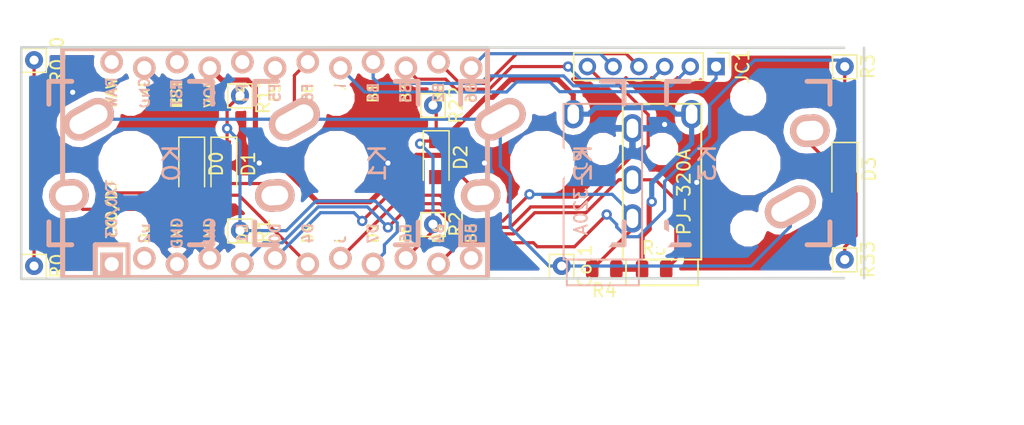
<source format=kicad_pcb>
(kicad_pcb (version 20171130) (host pcbnew 5.0.2-bee76a0~70~ubuntu18.04.1)

  (general
    (thickness 1.6)
    (drawings 9)
    (tracks 209)
    (zones 0)
    (modules 22)
    (nets 27)
  )

  (page A4)
  (layers
    (0 F.Cu signal)
    (31 B.Cu signal)
    (32 B.Adhes user hide)
    (33 F.Adhes user hide)
    (34 B.Paste user hide)
    (35 F.Paste user hide)
    (36 B.SilkS user hide)
    (37 F.SilkS user hide)
    (38 B.Mask user)
    (39 F.Mask user hide)
    (40 Dwgs.User user)
    (41 Cmts.User user)
    (42 Eco1.User user)
    (43 Eco2.User user)
    (44 Edge.Cuts user)
    (45 Margin user)
    (46 B.CrtYd user)
    (47 F.CrtYd user)
    (48 B.Fab user)
    (49 F.Fab user)
  )

  (setup
    (last_trace_width 0.25)
    (trace_clearance 0.2)
    (zone_clearance 0.508)
    (zone_45_only no)
    (trace_min 0.2)
    (segment_width 0.2)
    (edge_width 0.15)
    (via_size 0.8)
    (via_drill 0.4)
    (via_min_size 0.4)
    (via_min_drill 0.3)
    (uvia_size 0.3)
    (uvia_drill 0.1)
    (uvias_allowed no)
    (uvia_min_size 0.2)
    (uvia_min_drill 0.1)
    (pcb_text_width 0.3)
    (pcb_text_size 1.5 1.5)
    (mod_edge_width 0.15)
    (mod_text_size 1 1)
    (mod_text_width 0.15)
    (pad_size 1.524 1.524)
    (pad_drill 0.762)
    (pad_to_mask_clearance 0.2)
    (solder_mask_min_width 0.25)
    (aux_axis_origin 0 0)
    (grid_origin 148.147142 88.155287)
    (visible_elements FFFFFF7F)
    (pcbplotparams
      (layerselection 0x010fc_ffffffff)
      (usegerberextensions false)
      (usegerberattributes false)
      (usegerberadvancedattributes false)
      (creategerberjobfile false)
      (excludeedgelayer true)
      (linewidth 0.100000)
      (plotframeref false)
      (viasonmask false)
      (mode 1)
      (useauxorigin false)
      (hpglpennumber 1)
      (hpglpenspeed 20)
      (hpglpendiameter 15.000000)
      (psnegative false)
      (psa4output false)
      (plotreference true)
      (plotvalue true)
      (plotinvisibletext false)
      (padsonsilk false)
      (subtractmaskfromsilk false)
      (outputformat 1)
      (mirror false)
      (drillshape 1)
      (scaleselection 1)
      (outputdirectory ""))
  )

  (net 0 "")
  (net 1 Col0)
  (net 2 Row0)
  (net 3 "Net-(D0-Pad2)")
  (net 4 "Net-(D1-Pad2)")
  (net 5 Row1)
  (net 6 Row2)
  (net 7 "Net-(D2-Pad2)")
  (net 8 "Net-(D3-Pad2)")
  (net 9 Row3)
  (net 10 Col1)
  (net 11 Col2)
  (net 12 Col3)
  (net 13 Col4)
  (net 14 Col5)
  (net 15 Col6)
  (net 16 VCC)
  (net 17 SDA)
  (net 18 SCL)
  (net 19 "Net-(U1-Pad1)")
  (net 20 "Net-(U1-Pad2)")
  (net 21 GND)
  (net 22 "Net-(U1-Pad19)")
  (net 23 "Net-(U1-Pad20)")
  (net 24 "Net-(U1-Pad22)")
  (net 25 Row4)
  (net 26 "Net-(U1-Pad24)")

  (net_class Default "This is the default net class."
    (clearance 0.2)
    (trace_width 0.25)
    (via_dia 0.8)
    (via_drill 0.4)
    (uvia_dia 0.3)
    (uvia_drill 0.1)
    (add_net Col0)
    (add_net Col1)
    (add_net Col2)
    (add_net Col3)
    (add_net Col4)
    (add_net Col5)
    (add_net Col6)
    (add_net "Net-(D0-Pad2)")
    (add_net "Net-(D1-Pad2)")
    (add_net "Net-(D2-Pad2)")
    (add_net "Net-(D3-Pad2)")
    (add_net "Net-(U1-Pad1)")
    (add_net "Net-(U1-Pad19)")
    (add_net "Net-(U1-Pad2)")
    (add_net "Net-(U1-Pad20)")
    (add_net "Net-(U1-Pad22)")
    (add_net "Net-(U1-Pad24)")
    (add_net Row0)
    (add_net Row1)
    (add_net Row2)
    (add_net Row3)
    (add_net Row4)
    (add_net SCL)
    (add_net SDA)
  )

  (net_class PWR ""
    (clearance 0.3)
    (trace_width 0.4)
    (via_dia 0.8)
    (via_drill 0.4)
    (uvia_dia 0.3)
    (uvia_drill 0.1)
    (add_net GND)
    (add_net VCC)
  )

  (module Keebio-Parts:Hybrid_PCB_100H (layer B.Cu) (tedit 549A0505) (tstamp 5E22514D)
    (at 148.147142 88.155287 270)
    (path /5E1AA1BA)
    (fp_text reference K2 (at 0 -3.175 270) (layer B.SilkS)
      (effects (font (size 1.27 1.524) (thickness 0.2032)) (justify mirror))
    )
    (fp_text value K34 (at 0 -5.08 270) (layer B.SilkS) hide
      (effects (font (size 1.27 1.524) (thickness 0.2032)) (justify mirror))
    )
    (fp_line (start -6.985 -6.985) (end -6.985 6.985) (layer Eco2.User) (width 0.1524))
    (fp_line (start 6.985 -6.985) (end -6.985 -6.985) (layer Eco2.User) (width 0.1524))
    (fp_line (start 6.985 6.985) (end 6.985 -6.985) (layer Eco2.User) (width 0.1524))
    (fp_line (start -6.985 6.985) (end 6.985 6.985) (layer Eco2.User) (width 0.1524))
    (fp_line (start -6.35 4.572) (end -6.35 6.35) (layer B.SilkS) (width 0.381))
    (fp_line (start -6.35 -6.35) (end -6.35 -4.572) (layer B.SilkS) (width 0.381))
    (fp_line (start -4.572 -6.35) (end -6.35 -6.35) (layer B.SilkS) (width 0.381))
    (fp_line (start 6.35 -6.35) (end 4.572 -6.35) (layer B.SilkS) (width 0.381))
    (fp_line (start 6.35 -4.572) (end 6.35 -6.35) (layer B.SilkS) (width 0.381))
    (fp_line (start 6.35 6.35) (end 6.35 4.572) (layer B.SilkS) (width 0.381))
    (fp_line (start 4.572 6.35) (end 6.35 6.35) (layer B.SilkS) (width 0.381))
    (fp_line (start -6.35 6.35) (end -4.572 6.35) (layer B.SilkS) (width 0.381))
    (fp_line (start -9.398 -9.398) (end -9.398 9.398) (layer Dwgs.User) (width 0.1524))
    (fp_line (start 9.398 -9.398) (end -9.398 -9.398) (layer Dwgs.User) (width 0.1524))
    (fp_line (start 9.398 9.398) (end 9.398 -9.398) (layer Dwgs.User) (width 0.1524))
    (fp_line (start -9.398 9.398) (end 9.398 9.398) (layer Dwgs.User) (width 0.1524))
    (fp_line (start -6.35 -6.35) (end -6.35 6.35) (layer Cmts.User) (width 0.1524))
    (fp_line (start 6.35 -6.35) (end -6.35 -6.35) (layer Cmts.User) (width 0.1524))
    (fp_line (start 6.35 6.35) (end 6.35 -6.35) (layer Cmts.User) (width 0.1524))
    (fp_line (start -6.35 6.35) (end 6.35 6.35) (layer Cmts.User) (width 0.1524))
    (fp_text user 1.00u (at -5.715 -8.255 270) (layer Dwgs.User)
      (effects (font (size 1.524 1.524) (thickness 0.3048)))
    )
    (pad HOLE np_thru_hole circle (at 5.08 0 270) (size 1.8 1.8) (drill 1.8) (layers *.Cu))
    (pad HOLE np_thru_hole circle (at -5.08 0 270) (size 1.8 1.8) (drill 1.8) (layers *.Cu))
    (pad HOLE np_thru_hole circle (at 0 0 270) (size 3.9878 3.9878) (drill 3.9878) (layers *.Cu))
    (pad 2 thru_hole oval (at 2.52 4.79 273.9) (size 2.5 3.08) (drill oval 1.5 2.08) (layers *.Cu *.Mask B.SilkS)
      (net 7 "Net-(D2-Pad2)"))
    (pad 1 thru_hole oval (at -3.405 3.27 299.05) (size 2.5 4.17) (drill oval 1.5 3.17) (layers *.Cu *.Mask B.SilkS)
      (net 1 Col0))
  )

  (module Keebio-Parts:Hybrid_PCB_100H (layer B.Cu) (tedit 549A0505) (tstamp 5E22510F)
    (at 116.147142 88.155287 270)
    (path /5E1AA260)
    (fp_text reference K0 (at 0 -3.175 270) (layer B.SilkS)
      (effects (font (size 1.27 1.524) (thickness 0.2032)) (justify mirror))
    )
    (fp_text value K34 (at 0 -5.08 270) (layer B.SilkS) hide
      (effects (font (size 1.27 1.524) (thickness 0.2032)) (justify mirror))
    )
    (fp_line (start -6.985 -6.985) (end -6.985 6.985) (layer Eco2.User) (width 0.1524))
    (fp_line (start 6.985 -6.985) (end -6.985 -6.985) (layer Eco2.User) (width 0.1524))
    (fp_line (start 6.985 6.985) (end 6.985 -6.985) (layer Eco2.User) (width 0.1524))
    (fp_line (start -6.985 6.985) (end 6.985 6.985) (layer Eco2.User) (width 0.1524))
    (fp_line (start -6.35 4.572) (end -6.35 6.35) (layer B.SilkS) (width 0.381))
    (fp_line (start -6.35 -6.35) (end -6.35 -4.572) (layer B.SilkS) (width 0.381))
    (fp_line (start -4.572 -6.35) (end -6.35 -6.35) (layer B.SilkS) (width 0.381))
    (fp_line (start 6.35 -6.35) (end 4.572 -6.35) (layer B.SilkS) (width 0.381))
    (fp_line (start 6.35 -4.572) (end 6.35 -6.35) (layer B.SilkS) (width 0.381))
    (fp_line (start 6.35 6.35) (end 6.35 4.572) (layer B.SilkS) (width 0.381))
    (fp_line (start 4.572 6.35) (end 6.35 6.35) (layer B.SilkS) (width 0.381))
    (fp_line (start -6.35 6.35) (end -4.572 6.35) (layer B.SilkS) (width 0.381))
    (fp_line (start -9.398 -9.398) (end -9.398 9.398) (layer Dwgs.User) (width 0.1524))
    (fp_line (start 9.398 -9.398) (end -9.398 -9.398) (layer Dwgs.User) (width 0.1524))
    (fp_line (start 9.398 9.398) (end 9.398 -9.398) (layer Dwgs.User) (width 0.1524))
    (fp_line (start -9.398 9.398) (end 9.398 9.398) (layer Dwgs.User) (width 0.1524))
    (fp_line (start -6.35 -6.35) (end -6.35 6.35) (layer Cmts.User) (width 0.1524))
    (fp_line (start 6.35 -6.35) (end -6.35 -6.35) (layer Cmts.User) (width 0.1524))
    (fp_line (start 6.35 6.35) (end 6.35 -6.35) (layer Cmts.User) (width 0.1524))
    (fp_line (start -6.35 6.35) (end 6.35 6.35) (layer Cmts.User) (width 0.1524))
    (fp_text user 1.00u (at -5.715 -8.255 270) (layer Dwgs.User)
      (effects (font (size 1.524 1.524) (thickness 0.3048)))
    )
    (pad HOLE np_thru_hole circle (at 5.08 0 270) (size 1.8 1.8) (drill 1.8) (layers *.Cu))
    (pad HOLE np_thru_hole circle (at -5.08 0 270) (size 1.8 1.8) (drill 1.8) (layers *.Cu))
    (pad HOLE np_thru_hole circle (at 0 0 270) (size 3.9878 3.9878) (drill 3.9878) (layers *.Cu))
    (pad 2 thru_hole oval (at 2.52 4.79 273.9) (size 2.5 3.08) (drill oval 1.5 2.08) (layers *.Cu *.Mask B.SilkS)
      (net 3 "Net-(D0-Pad2)"))
    (pad 1 thru_hole oval (at -3.405 3.27 299.05) (size 2.5 4.17) (drill oval 1.5 3.17) (layers *.Cu *.Mask B.SilkS)
      (net 1 Col0))
  )

  (module Keebio-Parts:Hybrid_PCB_100H (layer B.Cu) (tedit 549A0505) (tstamp 5E22512E)
    (at 132.147142 88.155287 270)
    (path /5E1AA21A)
    (fp_text reference K1 (at 0 -3.175 270) (layer B.SilkS)
      (effects (font (size 1.27 1.524) (thickness 0.2032)) (justify mirror))
    )
    (fp_text value K34 (at 0 -5.08 270) (layer B.SilkS) hide
      (effects (font (size 1.27 1.524) (thickness 0.2032)) (justify mirror))
    )
    (fp_line (start -6.985 -6.985) (end -6.985 6.985) (layer Eco2.User) (width 0.1524))
    (fp_line (start 6.985 -6.985) (end -6.985 -6.985) (layer Eco2.User) (width 0.1524))
    (fp_line (start 6.985 6.985) (end 6.985 -6.985) (layer Eco2.User) (width 0.1524))
    (fp_line (start -6.985 6.985) (end 6.985 6.985) (layer Eco2.User) (width 0.1524))
    (fp_line (start -6.35 4.572) (end -6.35 6.35) (layer B.SilkS) (width 0.381))
    (fp_line (start -6.35 -6.35) (end -6.35 -4.572) (layer B.SilkS) (width 0.381))
    (fp_line (start -4.572 -6.35) (end -6.35 -6.35) (layer B.SilkS) (width 0.381))
    (fp_line (start 6.35 -6.35) (end 4.572 -6.35) (layer B.SilkS) (width 0.381))
    (fp_line (start 6.35 -4.572) (end 6.35 -6.35) (layer B.SilkS) (width 0.381))
    (fp_line (start 6.35 6.35) (end 6.35 4.572) (layer B.SilkS) (width 0.381))
    (fp_line (start 4.572 6.35) (end 6.35 6.35) (layer B.SilkS) (width 0.381))
    (fp_line (start -6.35 6.35) (end -4.572 6.35) (layer B.SilkS) (width 0.381))
    (fp_line (start -9.398 -9.398) (end -9.398 9.398) (layer Dwgs.User) (width 0.1524))
    (fp_line (start 9.398 -9.398) (end -9.398 -9.398) (layer Dwgs.User) (width 0.1524))
    (fp_line (start 9.398 9.398) (end 9.398 -9.398) (layer Dwgs.User) (width 0.1524))
    (fp_line (start -9.398 9.398) (end 9.398 9.398) (layer Dwgs.User) (width 0.1524))
    (fp_line (start -6.35 -6.35) (end -6.35 6.35) (layer Cmts.User) (width 0.1524))
    (fp_line (start 6.35 -6.35) (end -6.35 -6.35) (layer Cmts.User) (width 0.1524))
    (fp_line (start 6.35 6.35) (end 6.35 -6.35) (layer Cmts.User) (width 0.1524))
    (fp_line (start -6.35 6.35) (end 6.35 6.35) (layer Cmts.User) (width 0.1524))
    (fp_text user 1.00u (at -5.715 -8.255 270) (layer Dwgs.User)
      (effects (font (size 1.524 1.524) (thickness 0.3048)))
    )
    (pad HOLE np_thru_hole circle (at 5.08 0 270) (size 1.8 1.8) (drill 1.8) (layers *.Cu))
    (pad HOLE np_thru_hole circle (at -5.08 0 270) (size 1.8 1.8) (drill 1.8) (layers *.Cu))
    (pad HOLE np_thru_hole circle (at 0 0 270) (size 3.9878 3.9878) (drill 3.9878) (layers *.Cu))
    (pad 2 thru_hole oval (at 2.52 4.79 273.9) (size 2.5 3.08) (drill oval 1.5 2.08) (layers *.Cu *.Mask B.SilkS)
      (net 4 "Net-(D1-Pad2)"))
    (pad 1 thru_hole oval (at -3.405 3.27 299.05) (size 2.5 4.17) (drill oval 1.5 3.17) (layers *.Cu *.Mask B.SilkS)
      (net 1 Col0))
  )

  (module Keebio-Parts:Hybrid_PCB_100H (layer B.Cu) (tedit 549A0505) (tstamp 5E225D57)
    (at 164.147142 88.155287 90)
    (path /5A1C75AB)
    (fp_text reference K3 (at 0 -3.175 90) (layer B.SilkS)
      (effects (font (size 1.27 1.524) (thickness 0.2032)) (justify mirror))
    )
    (fp_text value K34 (at 0 -5.08 90) (layer B.SilkS) hide
      (effects (font (size 1.27 1.524) (thickness 0.2032)) (justify mirror))
    )
    (fp_line (start -6.985 -6.985) (end -6.985 6.985) (layer Eco2.User) (width 0.1524))
    (fp_line (start 6.985 -6.985) (end -6.985 -6.985) (layer Eco2.User) (width 0.1524))
    (fp_line (start 6.985 6.985) (end 6.985 -6.985) (layer Eco2.User) (width 0.1524))
    (fp_line (start -6.985 6.985) (end 6.985 6.985) (layer Eco2.User) (width 0.1524))
    (fp_line (start -6.35 4.572) (end -6.35 6.35) (layer B.SilkS) (width 0.381))
    (fp_line (start -6.35 -6.35) (end -6.35 -4.572) (layer B.SilkS) (width 0.381))
    (fp_line (start -4.572 -6.35) (end -6.35 -6.35) (layer B.SilkS) (width 0.381))
    (fp_line (start 6.35 -6.35) (end 4.572 -6.35) (layer B.SilkS) (width 0.381))
    (fp_line (start 6.35 -4.572) (end 6.35 -6.35) (layer B.SilkS) (width 0.381))
    (fp_line (start 6.35 6.35) (end 6.35 4.572) (layer B.SilkS) (width 0.381))
    (fp_line (start 4.572 6.35) (end 6.35 6.35) (layer B.SilkS) (width 0.381))
    (fp_line (start -6.35 6.35) (end -4.572 6.35) (layer B.SilkS) (width 0.381))
    (fp_line (start -9.398 -9.398) (end -9.398 9.398) (layer Dwgs.User) (width 0.1524))
    (fp_line (start 9.398 -9.398) (end -9.398 -9.398) (layer Dwgs.User) (width 0.1524))
    (fp_line (start 9.398 9.398) (end 9.398 -9.398) (layer Dwgs.User) (width 0.1524))
    (fp_line (start -9.398 9.398) (end 9.398 9.398) (layer Dwgs.User) (width 0.1524))
    (fp_line (start -6.35 -6.35) (end -6.35 6.35) (layer Cmts.User) (width 0.1524))
    (fp_line (start 6.35 -6.35) (end -6.35 -6.35) (layer Cmts.User) (width 0.1524))
    (fp_line (start 6.35 6.35) (end 6.35 -6.35) (layer Cmts.User) (width 0.1524))
    (fp_line (start -6.35 6.35) (end 6.35 6.35) (layer Cmts.User) (width 0.1524))
    (fp_text user 1.00u (at -5.715 -8.255 90) (layer Dwgs.User)
      (effects (font (size 1.524 1.524) (thickness 0.3048)))
    )
    (pad HOLE np_thru_hole circle (at 5.08 0 90) (size 1.8 1.8) (drill 1.8) (layers *.Cu))
    (pad HOLE np_thru_hole circle (at -5.08 0 90) (size 1.8 1.8) (drill 1.8) (layers *.Cu))
    (pad HOLE np_thru_hole circle (at 0 0 90) (size 3.9878 3.9878) (drill 3.9878) (layers *.Cu))
    (pad 2 thru_hole oval (at 2.52 4.79 93.9) (size 2.5 3.08) (drill oval 1.5 2.08) (layers *.Cu *.Mask B.SilkS)
      (net 8 "Net-(D3-Pad2)"))
    (pad 1 thru_hole oval (at -3.405 3.27 119.05) (size 2.5 4.17) (drill oval 1.5 3.17) (layers *.Cu *.Mask B.SilkS)
      (net 1 Col0))
  )

  (module Diode_SMD:D_SOD-123F (layer F.Cu) (tedit 587F7769) (tstamp 5E2250A9)
    (at 120.897142 88.345287 270)
    (descr D_SOD-123F)
    (tags D_SOD-123F)
    (path /5A1C368B)
    (attr smd)
    (fp_text reference D0 (at -0.127 -1.905 270) (layer F.SilkS)
      (effects (font (size 1 1) (thickness 0.15)))
    )
    (fp_text value D (at 0 2.1 270) (layer F.Fab)
      (effects (font (size 1 1) (thickness 0.15)))
    )
    (fp_line (start -2.2 -1) (end 1.65 -1) (layer F.SilkS) (width 0.12))
    (fp_line (start -2.2 1) (end 1.65 1) (layer F.SilkS) (width 0.12))
    (fp_line (start -2.2 -1.15) (end -2.2 1.15) (layer F.CrtYd) (width 0.05))
    (fp_line (start 2.2 1.15) (end -2.2 1.15) (layer F.CrtYd) (width 0.05))
    (fp_line (start 2.2 -1.15) (end 2.2 1.15) (layer F.CrtYd) (width 0.05))
    (fp_line (start -2.2 -1.15) (end 2.2 -1.15) (layer F.CrtYd) (width 0.05))
    (fp_line (start -1.4 -0.9) (end 1.4 -0.9) (layer F.Fab) (width 0.1))
    (fp_line (start 1.4 -0.9) (end 1.4 0.9) (layer F.Fab) (width 0.1))
    (fp_line (start 1.4 0.9) (end -1.4 0.9) (layer F.Fab) (width 0.1))
    (fp_line (start -1.4 0.9) (end -1.4 -0.9) (layer F.Fab) (width 0.1))
    (fp_line (start -0.75 0) (end -0.35 0) (layer F.Fab) (width 0.1))
    (fp_line (start -0.35 0) (end -0.35 -0.55) (layer F.Fab) (width 0.1))
    (fp_line (start -0.35 0) (end -0.35 0.55) (layer F.Fab) (width 0.1))
    (fp_line (start -0.35 0) (end 0.25 -0.4) (layer F.Fab) (width 0.1))
    (fp_line (start 0.25 -0.4) (end 0.25 0.4) (layer F.Fab) (width 0.1))
    (fp_line (start 0.25 0.4) (end -0.35 0) (layer F.Fab) (width 0.1))
    (fp_line (start 0.25 0) (end 0.75 0) (layer F.Fab) (width 0.1))
    (fp_line (start -2.2 -1) (end -2.2 1) (layer F.SilkS) (width 0.12))
    (fp_text user %R (at -0.127 -1.905 270) (layer F.Fab)
      (effects (font (size 1 1) (thickness 0.15)))
    )
    (pad 2 smd rect (at 1.4 0 270) (size 1.1 1.1) (layers F.Cu F.Paste F.Mask)
      (net 3 "Net-(D0-Pad2)"))
    (pad 1 smd rect (at -1.4 0 270) (size 1.1 1.1) (layers F.Cu F.Paste F.Mask)
      (net 2 Row0))
    (model ${KISYS3DMOD}/Diode_SMD.3dshapes/D_SOD-123F.wrl
      (at (xyz 0 0 0))
      (scale (xyz 1 1 1))
      (rotate (xyz 0 0 0))
    )
  )

  (module Diode_SMD:D_SOD-123F (layer F.Cu) (tedit 587F7769) (tstamp 5E2250B8)
    (at 123.397142 88.345287 270)
    (descr D_SOD-123F)
    (tags D_SOD-123F)
    (path /5A1C3A0F)
    (attr smd)
    (fp_text reference D1 (at -0.127 -1.905 270) (layer F.SilkS)
      (effects (font (size 1 1) (thickness 0.15)))
    )
    (fp_text value D (at 0 2.1 270) (layer F.Fab)
      (effects (font (size 1 1) (thickness 0.15)))
    )
    (fp_line (start -2.2 -1) (end 1.65 -1) (layer F.SilkS) (width 0.12))
    (fp_line (start -2.2 1) (end 1.65 1) (layer F.SilkS) (width 0.12))
    (fp_line (start -2.2 -1.15) (end -2.2 1.15) (layer F.CrtYd) (width 0.05))
    (fp_line (start 2.2 1.15) (end -2.2 1.15) (layer F.CrtYd) (width 0.05))
    (fp_line (start 2.2 -1.15) (end 2.2 1.15) (layer F.CrtYd) (width 0.05))
    (fp_line (start -2.2 -1.15) (end 2.2 -1.15) (layer F.CrtYd) (width 0.05))
    (fp_line (start -1.4 -0.9) (end 1.4 -0.9) (layer F.Fab) (width 0.1))
    (fp_line (start 1.4 -0.9) (end 1.4 0.9) (layer F.Fab) (width 0.1))
    (fp_line (start 1.4 0.9) (end -1.4 0.9) (layer F.Fab) (width 0.1))
    (fp_line (start -1.4 0.9) (end -1.4 -0.9) (layer F.Fab) (width 0.1))
    (fp_line (start -0.75 0) (end -0.35 0) (layer F.Fab) (width 0.1))
    (fp_line (start -0.35 0) (end -0.35 -0.55) (layer F.Fab) (width 0.1))
    (fp_line (start -0.35 0) (end -0.35 0.55) (layer F.Fab) (width 0.1))
    (fp_line (start -0.35 0) (end 0.25 -0.4) (layer F.Fab) (width 0.1))
    (fp_line (start 0.25 -0.4) (end 0.25 0.4) (layer F.Fab) (width 0.1))
    (fp_line (start 0.25 0.4) (end -0.35 0) (layer F.Fab) (width 0.1))
    (fp_line (start 0.25 0) (end 0.75 0) (layer F.Fab) (width 0.1))
    (fp_line (start -2.2 -1) (end -2.2 1) (layer F.SilkS) (width 0.12))
    (fp_text user %R (at -0.127 -1.905 270) (layer F.Fab)
      (effects (font (size 1 1) (thickness 0.15)))
    )
    (pad 2 smd rect (at 1.4 0 270) (size 1.1 1.1) (layers F.Cu F.Paste F.Mask)
      (net 4 "Net-(D1-Pad2)"))
    (pad 1 smd rect (at -1.4 0 270) (size 1.1 1.1) (layers F.Cu F.Paste F.Mask)
      (net 5 Row1))
    (model ${KISYS3DMOD}/Diode_SMD.3dshapes/D_SOD-123F.wrl
      (at (xyz 0 0 0))
      (scale (xyz 1 1 1))
      (rotate (xyz 0 0 0))
    )
  )

  (module Diode_SMD:D_SOD-123F (layer F.Cu) (tedit 587F7769) (tstamp 5E2250C7)
    (at 139.897142 87.845287 270)
    (descr D_SOD-123F)
    (tags D_SOD-123F)
    (path /5A1C7569)
    (attr smd)
    (fp_text reference D2 (at -0.127 -1.905 270) (layer F.SilkS)
      (effects (font (size 1 1) (thickness 0.15)))
    )
    (fp_text value D (at 0 2.1 270) (layer F.Fab)
      (effects (font (size 1 1) (thickness 0.15)))
    )
    (fp_line (start -2.2 -1) (end 1.65 -1) (layer F.SilkS) (width 0.12))
    (fp_line (start -2.2 1) (end 1.65 1) (layer F.SilkS) (width 0.12))
    (fp_line (start -2.2 -1.15) (end -2.2 1.15) (layer F.CrtYd) (width 0.05))
    (fp_line (start 2.2 1.15) (end -2.2 1.15) (layer F.CrtYd) (width 0.05))
    (fp_line (start 2.2 -1.15) (end 2.2 1.15) (layer F.CrtYd) (width 0.05))
    (fp_line (start -2.2 -1.15) (end 2.2 -1.15) (layer F.CrtYd) (width 0.05))
    (fp_line (start -1.4 -0.9) (end 1.4 -0.9) (layer F.Fab) (width 0.1))
    (fp_line (start 1.4 -0.9) (end 1.4 0.9) (layer F.Fab) (width 0.1))
    (fp_line (start 1.4 0.9) (end -1.4 0.9) (layer F.Fab) (width 0.1))
    (fp_line (start -1.4 0.9) (end -1.4 -0.9) (layer F.Fab) (width 0.1))
    (fp_line (start -0.75 0) (end -0.35 0) (layer F.Fab) (width 0.1))
    (fp_line (start -0.35 0) (end -0.35 -0.55) (layer F.Fab) (width 0.1))
    (fp_line (start -0.35 0) (end -0.35 0.55) (layer F.Fab) (width 0.1))
    (fp_line (start -0.35 0) (end 0.25 -0.4) (layer F.Fab) (width 0.1))
    (fp_line (start 0.25 -0.4) (end 0.25 0.4) (layer F.Fab) (width 0.1))
    (fp_line (start 0.25 0.4) (end -0.35 0) (layer F.Fab) (width 0.1))
    (fp_line (start 0.25 0) (end 0.75 0) (layer F.Fab) (width 0.1))
    (fp_line (start -2.2 -1) (end -2.2 1) (layer F.SilkS) (width 0.12))
    (fp_text user %R (at -0.127 -1.905 270) (layer F.Fab)
      (effects (font (size 1 1) (thickness 0.15)))
    )
    (pad 2 smd rect (at 1.4 0 270) (size 1.1 1.1) (layers F.Cu F.Paste F.Mask)
      (net 7 "Net-(D2-Pad2)"))
    (pad 1 smd rect (at -1.4 0 270) (size 1.1 1.1) (layers F.Cu F.Paste F.Mask)
      (net 6 Row2))
    (model ${KISYS3DMOD}/Diode_SMD.3dshapes/D_SOD-123F.wrl
      (at (xyz 0 0 0))
      (scale (xyz 1 1 1))
      (rotate (xyz 0 0 0))
    )
  )

  (module Diode_SMD:D_SOD-123F (layer F.Cu) (tedit 587F7769) (tstamp 5E2250D6)
    (at 171.647142 88.755287 270)
    (descr D_SOD-123F)
    (tags D_SOD-123F)
    (path /5A1C75B1)
    (attr smd)
    (fp_text reference D3 (at -0.127 -1.905 270) (layer F.SilkS)
      (effects (font (size 1 1) (thickness 0.15)))
    )
    (fp_text value D (at 0 2.1 270) (layer F.Fab)
      (effects (font (size 1 1) (thickness 0.15)))
    )
    (fp_line (start -2.2 -1) (end 1.65 -1) (layer F.SilkS) (width 0.12))
    (fp_line (start -2.2 1) (end 1.65 1) (layer F.SilkS) (width 0.12))
    (fp_line (start -2.2 -1.15) (end -2.2 1.15) (layer F.CrtYd) (width 0.05))
    (fp_line (start 2.2 1.15) (end -2.2 1.15) (layer F.CrtYd) (width 0.05))
    (fp_line (start 2.2 -1.15) (end 2.2 1.15) (layer F.CrtYd) (width 0.05))
    (fp_line (start -2.2 -1.15) (end 2.2 -1.15) (layer F.CrtYd) (width 0.05))
    (fp_line (start -1.4 -0.9) (end 1.4 -0.9) (layer F.Fab) (width 0.1))
    (fp_line (start 1.4 -0.9) (end 1.4 0.9) (layer F.Fab) (width 0.1))
    (fp_line (start 1.4 0.9) (end -1.4 0.9) (layer F.Fab) (width 0.1))
    (fp_line (start -1.4 0.9) (end -1.4 -0.9) (layer F.Fab) (width 0.1))
    (fp_line (start -0.75 0) (end -0.35 0) (layer F.Fab) (width 0.1))
    (fp_line (start -0.35 0) (end -0.35 -0.55) (layer F.Fab) (width 0.1))
    (fp_line (start -0.35 0) (end -0.35 0.55) (layer F.Fab) (width 0.1))
    (fp_line (start -0.35 0) (end 0.25 -0.4) (layer F.Fab) (width 0.1))
    (fp_line (start 0.25 -0.4) (end 0.25 0.4) (layer F.Fab) (width 0.1))
    (fp_line (start 0.25 0.4) (end -0.35 0) (layer F.Fab) (width 0.1))
    (fp_line (start 0.25 0) (end 0.75 0) (layer F.Fab) (width 0.1))
    (fp_line (start -2.2 -1) (end -2.2 1) (layer F.SilkS) (width 0.12))
    (fp_text user %R (at -0.127 -1.905 270) (layer F.Fab)
      (effects (font (size 1 1) (thickness 0.15)))
    )
    (pad 2 smd rect (at 1.4 0 270) (size 1.1 1.1) (layers F.Cu F.Paste F.Mask)
      (net 8 "Net-(D3-Pad2)"))
    (pad 1 smd rect (at -1.4 0 270) (size 1.1 1.1) (layers F.Cu F.Paste F.Mask)
      (net 9 Row3))
    (model ${KISYS3DMOD}/Diode_SMD.3dshapes/D_SOD-123F.wrl
      (at (xyz 0 0 0))
      (scale (xyz 1 1 1))
      (rotate (xyz 0 0 0))
    )
  )

  (module Resistor_SMD:R_0805_2012Metric (layer F.Cu) (tedit 5B36C52B) (tstamp 5E2251E3)
    (at 152.959642 96.405287 180)
    (descr "Resistor SMD 0805 (2012 Metric), square (rectangular) end terminal, IPC_7351 nominal, (Body size source: https://docs.google.com/spreadsheets/d/1BsfQQcO9C6DZCsRaXUlFlo91Tg2WpOkGARC1WS5S8t0/edit?usp=sharing), generated with kicad-footprint-generator")
    (tags resistor)
    (path /5E223F36)
    (attr smd)
    (fp_text reference R4 (at 0 -1.65 180) (layer F.SilkS)
      (effects (font (size 1 1) (thickness 0.15)))
    )
    (fp_text value 5k (at 0 1.65 180) (layer F.Fab)
      (effects (font (size 1 1) (thickness 0.15)))
    )
    (fp_text user %R (at 0 0 180) (layer F.Fab)
      (effects (font (size 0.5 0.5) (thickness 0.08)))
    )
    (fp_line (start 1.68 0.95) (end -1.68 0.95) (layer F.CrtYd) (width 0.05))
    (fp_line (start 1.68 -0.95) (end 1.68 0.95) (layer F.CrtYd) (width 0.05))
    (fp_line (start -1.68 -0.95) (end 1.68 -0.95) (layer F.CrtYd) (width 0.05))
    (fp_line (start -1.68 0.95) (end -1.68 -0.95) (layer F.CrtYd) (width 0.05))
    (fp_line (start -0.258578 0.71) (end 0.258578 0.71) (layer F.SilkS) (width 0.12))
    (fp_line (start -0.258578 -0.71) (end 0.258578 -0.71) (layer F.SilkS) (width 0.12))
    (fp_line (start 1 0.6) (end -1 0.6) (layer F.Fab) (width 0.1))
    (fp_line (start 1 -0.6) (end 1 0.6) (layer F.Fab) (width 0.1))
    (fp_line (start -1 -0.6) (end 1 -0.6) (layer F.Fab) (width 0.1))
    (fp_line (start -1 0.6) (end -1 -0.6) (layer F.Fab) (width 0.1))
    (pad 2 smd roundrect (at 0.9375 0 180) (size 0.975 1.4) (layers F.Cu F.Paste F.Mask) (roundrect_rratio 0.25)
      (net 17 SDA))
    (pad 1 smd roundrect (at -0.9375 0 180) (size 0.975 1.4) (layers F.Cu F.Paste F.Mask) (roundrect_rratio 0.25)
      (net 16 VCC))
    (model ${KISYS3DMOD}/Resistor_SMD.3dshapes/R_0805_2012Metric.wrl
      (at (xyz 0 0 0))
      (scale (xyz 1 1 1))
      (rotate (xyz 0 0 0))
    )
  )

  (module Resistor_SMD:R_0805_2012Metric (layer F.Cu) (tedit 5B36C52B) (tstamp 5E22520E)
    (at 156.834642 96.405287)
    (descr "Resistor SMD 0805 (2012 Metric), square (rectangular) end terminal, IPC_7351 nominal, (Body size source: https://docs.google.com/spreadsheets/d/1BsfQQcO9C6DZCsRaXUlFlo91Tg2WpOkGARC1WS5S8t0/edit?usp=sharing), generated with kicad-footprint-generator")
    (tags resistor)
    (path /5E224092)
    (attr smd)
    (fp_text reference R5 (at 0 -1.65) (layer F.SilkS)
      (effects (font (size 1 1) (thickness 0.15)))
    )
    (fp_text value 5k (at 0 1.65) (layer F.Fab)
      (effects (font (size 1 1) (thickness 0.15)))
    )
    (fp_text user %R (at 0 0) (layer F.Fab)
      (effects (font (size 0.5 0.5) (thickness 0.08)))
    )
    (fp_line (start 1.68 0.95) (end -1.68 0.95) (layer F.CrtYd) (width 0.05))
    (fp_line (start 1.68 -0.95) (end 1.68 0.95) (layer F.CrtYd) (width 0.05))
    (fp_line (start -1.68 -0.95) (end 1.68 -0.95) (layer F.CrtYd) (width 0.05))
    (fp_line (start -1.68 0.95) (end -1.68 -0.95) (layer F.CrtYd) (width 0.05))
    (fp_line (start -0.258578 0.71) (end 0.258578 0.71) (layer F.SilkS) (width 0.12))
    (fp_line (start -0.258578 -0.71) (end 0.258578 -0.71) (layer F.SilkS) (width 0.12))
    (fp_line (start 1 0.6) (end -1 0.6) (layer F.Fab) (width 0.1))
    (fp_line (start 1 -0.6) (end 1 0.6) (layer F.Fab) (width 0.1))
    (fp_line (start -1 -0.6) (end 1 -0.6) (layer F.Fab) (width 0.1))
    (fp_line (start -1 0.6) (end -1 -0.6) (layer F.Fab) (width 0.1))
    (pad 2 smd roundrect (at 0.9375 0) (size 0.975 1.4) (layers F.Cu F.Paste F.Mask) (roundrect_rratio 0.25)
      (net 18 SCL))
    (pad 1 smd roundrect (at -0.9375 0) (size 0.975 1.4) (layers F.Cu F.Paste F.Mask) (roundrect_rratio 0.25)
      (net 16 VCC))
    (model ${KISYS3DMOD}/Resistor_SMD.3dshapes/R_0805_2012Metric.wrl
      (at (xyz 0 0 0))
      (scale (xyz 1 1 1))
      (rotate (xyz 0 0 0))
    )
  )

  (module Connector_Pin:Pin_D0.7mm_L6.5mm_W1.8mm_FlatFork (layer F.Cu) (tedit 5A1DC084) (tstamp 5E22509A)
    (at 149.647142 96.155287 90)
    (descr "solder Pin_ with flat fork, hole diameter 0.7mm, length 6.5mm, width 1.8mm")
    (tags "solder Pin_ with flat fork")
    (path /5E1AC3BB)
    (fp_text reference Col1 (at 0 1.8 90) (layer F.SilkS)
      (effects (font (size 1 1) (thickness 0.15)))
    )
    (fp_text value Conn_01x01 (at 0 -1.8 90) (layer F.Fab)
      (effects (font (size 1 1) (thickness 0.15)))
    )
    (fp_text user %R (at 0 1.8 90) (layer F.Fab)
      (effects (font (size 1 1) (thickness 0.15)))
    )
    (fp_line (start -0.95 -0.95) (end -0.95 0.95) (layer F.SilkS) (width 0.12))
    (fp_line (start -0.95 0.95) (end 0.9 0.95) (layer F.SilkS) (width 0.12))
    (fp_line (start 0.9 0.95) (end 0.9 -0.9) (layer F.SilkS) (width 0.12))
    (fp_line (start 0.9 -0.9) (end 0.9 -0.95) (layer F.SilkS) (width 0.12))
    (fp_line (start 0.9 -0.95) (end -0.95 -0.95) (layer F.SilkS) (width 0.12))
    (fp_line (start -0.9 -0.25) (end 0.85 -0.25) (layer F.Fab) (width 0.12))
    (fp_line (start 0.85 -0.25) (end 0.85 0.25) (layer F.Fab) (width 0.12))
    (fp_line (start 0.85 0.25) (end -0.9 0.25) (layer F.Fab) (width 0.12))
    (fp_line (start -0.9 0.25) (end -0.9 -0.25) (layer F.Fab) (width 0.12))
    (fp_line (start -1.4 -1.2) (end 1.35 -1.2) (layer F.CrtYd) (width 0.05))
    (fp_line (start -1.4 -1.2) (end -1.4 1.2) (layer F.CrtYd) (width 0.05))
    (fp_line (start 1.35 1.2) (end 1.35 -1.2) (layer F.CrtYd) (width 0.05))
    (fp_line (start 1.35 1.2) (end -1.4 1.2) (layer F.CrtYd) (width 0.05))
    (pad 1 thru_hole circle (at 0 0 90) (size 1.4 1.4) (drill 0.7) (layers *.Cu *.Mask)
      (net 1 Col0))
    (model ${KISYS3DMOD}/Connector_Pin.3dshapes/Pin_D0.7mm_L6.5mm_W1.8mm_FlatFork.wrl
      (at (xyz 0 0 0))
      (scale (xyz 1 1 1))
      (rotate (xyz 0 0 0))
    )
  )

  (module Connector_PinHeader_2.00mm:PinHeader_1x06_P2.00mm_Vertical (layer F.Cu) (tedit 59FED667) (tstamp 5E2250F0)
    (at 161.647142 80.655287 270)
    (descr "Through hole straight pin header, 1x06, 2.00mm pitch, single row")
    (tags "Through hole pin header THT 1x06 2.00mm single row")
    (path /5E1CE647)
    (fp_text reference JC1 (at 0 -2.06 270) (layer F.SilkS)
      (effects (font (size 1 1) (thickness 0.15)))
    )
    (fp_text value Conn_01x06 (at 0 12.06 270) (layer F.Fab)
      (effects (font (size 1 1) (thickness 0.15)))
    )
    (fp_line (start -0.5 -1) (end 1 -1) (layer F.Fab) (width 0.1))
    (fp_line (start 1 -1) (end 1 11) (layer F.Fab) (width 0.1))
    (fp_line (start 1 11) (end -1 11) (layer F.Fab) (width 0.1))
    (fp_line (start -1 11) (end -1 -0.5) (layer F.Fab) (width 0.1))
    (fp_line (start -1 -0.5) (end -0.5 -1) (layer F.Fab) (width 0.1))
    (fp_line (start -1.06 11.06) (end 1.06 11.06) (layer F.SilkS) (width 0.12))
    (fp_line (start -1.06 1) (end -1.06 11.06) (layer F.SilkS) (width 0.12))
    (fp_line (start 1.06 1) (end 1.06 11.06) (layer F.SilkS) (width 0.12))
    (fp_line (start -1.06 1) (end 1.06 1) (layer F.SilkS) (width 0.12))
    (fp_line (start -1.06 0) (end -1.06 -1.06) (layer F.SilkS) (width 0.12))
    (fp_line (start -1.06 -1.06) (end 0 -1.06) (layer F.SilkS) (width 0.12))
    (fp_line (start -1.5 -1.5) (end -1.5 11.5) (layer F.CrtYd) (width 0.05))
    (fp_line (start -1.5 11.5) (end 1.5 11.5) (layer F.CrtYd) (width 0.05))
    (fp_line (start 1.5 11.5) (end 1.5 -1.5) (layer F.CrtYd) (width 0.05))
    (fp_line (start 1.5 -1.5) (end -1.5 -1.5) (layer F.CrtYd) (width 0.05))
    (fp_text user %R (at 0 5) (layer F.Fab)
      (effects (font (size 1 1) (thickness 0.15)))
    )
    (pad 1 thru_hole rect (at 0 0 270) (size 1.35 1.35) (drill 0.8) (layers *.Cu *.Mask)
      (net 10 Col1))
    (pad 2 thru_hole oval (at 0 2 270) (size 1.35 1.35) (drill 0.8) (layers *.Cu *.Mask)
      (net 11 Col2))
    (pad 3 thru_hole oval (at 0 4 270) (size 1.35 1.35) (drill 0.8) (layers *.Cu *.Mask)
      (net 12 Col3))
    (pad 4 thru_hole oval (at 0 6 270) (size 1.35 1.35) (drill 0.8) (layers *.Cu *.Mask)
      (net 13 Col4))
    (pad 5 thru_hole oval (at 0 8 270) (size 1.35 1.35) (drill 0.8) (layers *.Cu *.Mask)
      (net 14 Col5))
    (pad 6 thru_hole oval (at 0 10 270) (size 1.35 1.35) (drill 0.8) (layers *.Cu *.Mask)
      (net 15 Col6))
    (model ${KISYS3DMOD}/Connector_PinHeader_2.00mm.3dshapes/PinHeader_1x06_P2.00mm_Vertical.wrl
      (at (xyz 0 0 0))
      (scale (xyz 1 1 1))
      (rotate (xyz 0 0 0))
    )
  )

  (module Connector_Pin:Pin_D0.7mm_L6.5mm_W1.8mm_FlatFork (layer F.Cu) (tedit 5A1DC084) (tstamp 5E22517F)
    (at 108.647142 96.155287 90)
    (descr "solder Pin_ with flat fork, hole diameter 0.7mm, length 6.5mm, width 1.8mm")
    (tags "solder Pin_ with flat fork")
    (path /5E1DC9BB)
    (fp_text reference R0 (at 0 1.8 90) (layer F.SilkS)
      (effects (font (size 1 1) (thickness 0.15)))
    )
    (fp_text value Conn_01x01 (at 0 -1.8 90) (layer F.Fab)
      (effects (font (size 1 1) (thickness 0.15)))
    )
    (fp_line (start 1.35 1.2) (end -1.4 1.2) (layer F.CrtYd) (width 0.05))
    (fp_line (start 1.35 1.2) (end 1.35 -1.2) (layer F.CrtYd) (width 0.05))
    (fp_line (start -1.4 -1.2) (end -1.4 1.2) (layer F.CrtYd) (width 0.05))
    (fp_line (start -1.4 -1.2) (end 1.35 -1.2) (layer F.CrtYd) (width 0.05))
    (fp_line (start -0.9 0.25) (end -0.9 -0.25) (layer F.Fab) (width 0.12))
    (fp_line (start 0.85 0.25) (end -0.9 0.25) (layer F.Fab) (width 0.12))
    (fp_line (start 0.85 -0.25) (end 0.85 0.25) (layer F.Fab) (width 0.12))
    (fp_line (start -0.9 -0.25) (end 0.85 -0.25) (layer F.Fab) (width 0.12))
    (fp_line (start 0.9 -0.95) (end -0.95 -0.95) (layer F.SilkS) (width 0.12))
    (fp_line (start 0.9 -0.9) (end 0.9 -0.95) (layer F.SilkS) (width 0.12))
    (fp_line (start 0.9 0.95) (end 0.9 -0.9) (layer F.SilkS) (width 0.12))
    (fp_line (start -0.95 0.95) (end 0.9 0.95) (layer F.SilkS) (width 0.12))
    (fp_line (start -0.95 -0.95) (end -0.95 0.95) (layer F.SilkS) (width 0.12))
    (fp_text user %R (at 0 1.8 90) (layer F.Fab)
      (effects (font (size 1 1) (thickness 0.15)))
    )
    (pad 1 thru_hole circle (at 0 0 90) (size 1.4 1.4) (drill 0.7) (layers *.Cu *.Mask)
      (net 2 Row0))
    (model ${KISYS3DMOD}/Connector_Pin.3dshapes/Pin_D0.7mm_L6.5mm_W1.8mm_FlatFork.wrl
      (at (xyz 0 0 0))
      (scale (xyz 1 1 1))
      (rotate (xyz 0 0 0))
    )
  )

  (module Connector_Pin:Pin_D0.7mm_L6.5mm_W1.8mm_FlatFork (layer F.Cu) (tedit 5A1DC084) (tstamp 5E225192)
    (at 124.647142 93.405287 90)
    (descr "solder Pin_ with flat fork, hole diameter 0.7mm, length 6.5mm, width 1.8mm")
    (tags "solder Pin_ with flat fork")
    (path /5E1DCA8F)
    (fp_text reference R1 (at 0 1.8 90) (layer F.SilkS)
      (effects (font (size 1 1) (thickness 0.15)))
    )
    (fp_text value Conn_01x01 (at 0 -1.8 90) (layer F.Fab)
      (effects (font (size 1 1) (thickness 0.15)))
    )
    (fp_text user %R (at 0 1.8 90) (layer F.Fab)
      (effects (font (size 1 1) (thickness 0.15)))
    )
    (fp_line (start -0.95 -0.95) (end -0.95 0.95) (layer F.SilkS) (width 0.12))
    (fp_line (start -0.95 0.95) (end 0.9 0.95) (layer F.SilkS) (width 0.12))
    (fp_line (start 0.9 0.95) (end 0.9 -0.9) (layer F.SilkS) (width 0.12))
    (fp_line (start 0.9 -0.9) (end 0.9 -0.95) (layer F.SilkS) (width 0.12))
    (fp_line (start 0.9 -0.95) (end -0.95 -0.95) (layer F.SilkS) (width 0.12))
    (fp_line (start -0.9 -0.25) (end 0.85 -0.25) (layer F.Fab) (width 0.12))
    (fp_line (start 0.85 -0.25) (end 0.85 0.25) (layer F.Fab) (width 0.12))
    (fp_line (start 0.85 0.25) (end -0.9 0.25) (layer F.Fab) (width 0.12))
    (fp_line (start -0.9 0.25) (end -0.9 -0.25) (layer F.Fab) (width 0.12))
    (fp_line (start -1.4 -1.2) (end 1.35 -1.2) (layer F.CrtYd) (width 0.05))
    (fp_line (start -1.4 -1.2) (end -1.4 1.2) (layer F.CrtYd) (width 0.05))
    (fp_line (start 1.35 1.2) (end 1.35 -1.2) (layer F.CrtYd) (width 0.05))
    (fp_line (start 1.35 1.2) (end -1.4 1.2) (layer F.CrtYd) (width 0.05))
    (pad 1 thru_hole circle (at 0 0 90) (size 1.4 1.4) (drill 0.7) (layers *.Cu *.Mask)
      (net 5 Row1))
    (model ${KISYS3DMOD}/Connector_Pin.3dshapes/Pin_D0.7mm_L6.5mm_W1.8mm_FlatFork.wrl
      (at (xyz 0 0 0))
      (scale (xyz 1 1 1))
      (rotate (xyz 0 0 0))
    )
  )

  (module Connector_Pin:Pin_D0.7mm_L6.5mm_W1.8mm_FlatFork (layer F.Cu) (tedit 5A1DC084) (tstamp 5E2251A5)
    (at 139.647142 92.905287 90)
    (descr "solder Pin_ with flat fork, hole diameter 0.7mm, length 6.5mm, width 1.8mm")
    (tags "solder Pin_ with flat fork")
    (path /5E1DCAE1)
    (fp_text reference R2 (at 0 1.8 90) (layer F.SilkS)
      (effects (font (size 1 1) (thickness 0.15)))
    )
    (fp_text value Conn_01x01 (at 0 -1.8 90) (layer F.Fab)
      (effects (font (size 1 1) (thickness 0.15)))
    )
    (fp_line (start 1.35 1.2) (end -1.4 1.2) (layer F.CrtYd) (width 0.05))
    (fp_line (start 1.35 1.2) (end 1.35 -1.2) (layer F.CrtYd) (width 0.05))
    (fp_line (start -1.4 -1.2) (end -1.4 1.2) (layer F.CrtYd) (width 0.05))
    (fp_line (start -1.4 -1.2) (end 1.35 -1.2) (layer F.CrtYd) (width 0.05))
    (fp_line (start -0.9 0.25) (end -0.9 -0.25) (layer F.Fab) (width 0.12))
    (fp_line (start 0.85 0.25) (end -0.9 0.25) (layer F.Fab) (width 0.12))
    (fp_line (start 0.85 -0.25) (end 0.85 0.25) (layer F.Fab) (width 0.12))
    (fp_line (start -0.9 -0.25) (end 0.85 -0.25) (layer F.Fab) (width 0.12))
    (fp_line (start 0.9 -0.95) (end -0.95 -0.95) (layer F.SilkS) (width 0.12))
    (fp_line (start 0.9 -0.9) (end 0.9 -0.95) (layer F.SilkS) (width 0.12))
    (fp_line (start 0.9 0.95) (end 0.9 -0.9) (layer F.SilkS) (width 0.12))
    (fp_line (start -0.95 0.95) (end 0.9 0.95) (layer F.SilkS) (width 0.12))
    (fp_line (start -0.95 -0.95) (end -0.95 0.95) (layer F.SilkS) (width 0.12))
    (fp_text user %R (at 0 1.8 90) (layer F.Fab)
      (effects (font (size 1 1) (thickness 0.15)))
    )
    (pad 1 thru_hole circle (at 0 0 90) (size 1.4 1.4) (drill 0.7) (layers *.Cu *.Mask)
      (net 6 Row2))
    (model ${KISYS3DMOD}/Connector_Pin.3dshapes/Pin_D0.7mm_L6.5mm_W1.8mm_FlatFork.wrl
      (at (xyz 0 0 0))
      (scale (xyz 1 1 1))
      (rotate (xyz 0 0 0))
    )
  )

  (module Connector_Pin:Pin_D0.7mm_L6.5mm_W1.8mm_FlatFork (layer F.Cu) (tedit 5A1DC084) (tstamp 5E2251B8)
    (at 171.647142 80.655287 90)
    (descr "solder Pin_ with flat fork, hole diameter 0.7mm, length 6.5mm, width 1.8mm")
    (tags "solder Pin_ with flat fork")
    (path /5E1DCB29)
    (fp_text reference R3 (at 0 1.8 90) (layer F.SilkS)
      (effects (font (size 1 1) (thickness 0.15)))
    )
    (fp_text value Conn_01x01 (at 0 -1.8 90) (layer F.Fab)
      (effects (font (size 1 1) (thickness 0.15)))
    )
    (fp_text user %R (at 0 1.8 90) (layer F.Fab)
      (effects (font (size 1 1) (thickness 0.15)))
    )
    (fp_line (start -0.95 -0.95) (end -0.95 0.95) (layer F.SilkS) (width 0.12))
    (fp_line (start -0.95 0.95) (end 0.9 0.95) (layer F.SilkS) (width 0.12))
    (fp_line (start 0.9 0.95) (end 0.9 -0.9) (layer F.SilkS) (width 0.12))
    (fp_line (start 0.9 -0.9) (end 0.9 -0.95) (layer F.SilkS) (width 0.12))
    (fp_line (start 0.9 -0.95) (end -0.95 -0.95) (layer F.SilkS) (width 0.12))
    (fp_line (start -0.9 -0.25) (end 0.85 -0.25) (layer F.Fab) (width 0.12))
    (fp_line (start 0.85 -0.25) (end 0.85 0.25) (layer F.Fab) (width 0.12))
    (fp_line (start 0.85 0.25) (end -0.9 0.25) (layer F.Fab) (width 0.12))
    (fp_line (start -0.9 0.25) (end -0.9 -0.25) (layer F.Fab) (width 0.12))
    (fp_line (start -1.4 -1.2) (end 1.35 -1.2) (layer F.CrtYd) (width 0.05))
    (fp_line (start -1.4 -1.2) (end -1.4 1.2) (layer F.CrtYd) (width 0.05))
    (fp_line (start 1.35 1.2) (end 1.35 -1.2) (layer F.CrtYd) (width 0.05))
    (fp_line (start 1.35 1.2) (end -1.4 1.2) (layer F.CrtYd) (width 0.05))
    (pad 1 thru_hole circle (at 0 0 90) (size 1.4 1.4) (drill 0.7) (layers *.Cu *.Mask)
      (net 9 Row3))
    (model ${KISYS3DMOD}/Connector_Pin.3dshapes/Pin_D0.7mm_L6.5mm_W1.8mm_FlatFork.wrl
      (at (xyz 0 0 0))
      (scale (xyz 1 1 1))
      (rotate (xyz 0 0 0))
    )
  )

  (module Connector_Pin:Pin_D0.7mm_L6.5mm_W1.8mm_FlatFork (layer F.Cu) (tedit 5A1DC084) (tstamp 5E225221)
    (at 124.647142 82.905287 90)
    (descr "solder Pin_ with flat fork, hole diameter 0.7mm, length 6.5mm, width 1.8mm")
    (tags "solder Pin_ with flat fork")
    (path /5E1EEA84)
    (fp_text reference R11 (at 0 1.8 90) (layer F.SilkS)
      (effects (font (size 1 1) (thickness 0.15)))
    )
    (fp_text value Conn_01x01 (at 0 -1.8 90) (layer F.Fab)
      (effects (font (size 1 1) (thickness 0.15)))
    )
    (fp_text user %R (at 0 1.8 90) (layer F.Fab)
      (effects (font (size 1 1) (thickness 0.15)))
    )
    (fp_line (start -0.95 -0.95) (end -0.95 0.95) (layer F.SilkS) (width 0.12))
    (fp_line (start -0.95 0.95) (end 0.9 0.95) (layer F.SilkS) (width 0.12))
    (fp_line (start 0.9 0.95) (end 0.9 -0.9) (layer F.SilkS) (width 0.12))
    (fp_line (start 0.9 -0.9) (end 0.9 -0.95) (layer F.SilkS) (width 0.12))
    (fp_line (start 0.9 -0.95) (end -0.95 -0.95) (layer F.SilkS) (width 0.12))
    (fp_line (start -0.9 -0.25) (end 0.85 -0.25) (layer F.Fab) (width 0.12))
    (fp_line (start 0.85 -0.25) (end 0.85 0.25) (layer F.Fab) (width 0.12))
    (fp_line (start 0.85 0.25) (end -0.9 0.25) (layer F.Fab) (width 0.12))
    (fp_line (start -0.9 0.25) (end -0.9 -0.25) (layer F.Fab) (width 0.12))
    (fp_line (start -1.4 -1.2) (end 1.35 -1.2) (layer F.CrtYd) (width 0.05))
    (fp_line (start -1.4 -1.2) (end -1.4 1.2) (layer F.CrtYd) (width 0.05))
    (fp_line (start 1.35 1.2) (end 1.35 -1.2) (layer F.CrtYd) (width 0.05))
    (fp_line (start 1.35 1.2) (end -1.4 1.2) (layer F.CrtYd) (width 0.05))
    (pad 1 thru_hole circle (at 0 0 90) (size 1.4 1.4) (drill 0.7) (layers *.Cu *.Mask)
      (net 5 Row1))
    (model ${KISYS3DMOD}/Connector_Pin.3dshapes/Pin_D0.7mm_L6.5mm_W1.8mm_FlatFork.wrl
      (at (xyz 0 0 0))
      (scale (xyz 1 1 1))
      (rotate (xyz 0 0 0))
    )
  )

  (module Connector_Pin:Pin_D0.7mm_L6.5mm_W1.8mm_FlatFork (layer F.Cu) (tedit 5A1DC084) (tstamp 5E225234)
    (at 139.647142 83.655287 90)
    (descr "solder Pin_ with flat fork, hole diameter 0.7mm, length 6.5mm, width 1.8mm")
    (tags "solder Pin_ with flat fork")
    (path /5E1EEAD0)
    (fp_text reference R22 (at 0 1.8 90) (layer F.SilkS)
      (effects (font (size 1 1) (thickness 0.15)))
    )
    (fp_text value Conn_01x01 (at 0 -1.8 90) (layer F.Fab)
      (effects (font (size 1 1) (thickness 0.15)))
    )
    (fp_line (start 1.35 1.2) (end -1.4 1.2) (layer F.CrtYd) (width 0.05))
    (fp_line (start 1.35 1.2) (end 1.35 -1.2) (layer F.CrtYd) (width 0.05))
    (fp_line (start -1.4 -1.2) (end -1.4 1.2) (layer F.CrtYd) (width 0.05))
    (fp_line (start -1.4 -1.2) (end 1.35 -1.2) (layer F.CrtYd) (width 0.05))
    (fp_line (start -0.9 0.25) (end -0.9 -0.25) (layer F.Fab) (width 0.12))
    (fp_line (start 0.85 0.25) (end -0.9 0.25) (layer F.Fab) (width 0.12))
    (fp_line (start 0.85 -0.25) (end 0.85 0.25) (layer F.Fab) (width 0.12))
    (fp_line (start -0.9 -0.25) (end 0.85 -0.25) (layer F.Fab) (width 0.12))
    (fp_line (start 0.9 -0.95) (end -0.95 -0.95) (layer F.SilkS) (width 0.12))
    (fp_line (start 0.9 -0.9) (end 0.9 -0.95) (layer F.SilkS) (width 0.12))
    (fp_line (start 0.9 0.95) (end 0.9 -0.9) (layer F.SilkS) (width 0.12))
    (fp_line (start -0.95 0.95) (end 0.9 0.95) (layer F.SilkS) (width 0.12))
    (fp_line (start -0.95 -0.95) (end -0.95 0.95) (layer F.SilkS) (width 0.12))
    (fp_text user %R (at 0 1.8 90) (layer F.Fab)
      (effects (font (size 1 1) (thickness 0.15)))
    )
    (pad 1 thru_hole circle (at 0 0 90) (size 1.4 1.4) (drill 0.7) (layers *.Cu *.Mask)
      (net 6 Row2))
    (model ${KISYS3DMOD}/Connector_Pin.3dshapes/Pin_D0.7mm_L6.5mm_W1.8mm_FlatFork.wrl
      (at (xyz 0 0 0))
      (scale (xyz 1 1 1))
      (rotate (xyz 0 0 0))
    )
  )

  (module Connector_Pin:Pin_D0.7mm_L6.5mm_W1.8mm_FlatFork (layer F.Cu) (tedit 5A1DC084) (tstamp 5E225247)
    (at 171.647142 95.655287 90)
    (descr "solder Pin_ with flat fork, hole diameter 0.7mm, length 6.5mm, width 1.8mm")
    (tags "solder Pin_ with flat fork")
    (path /5E1EEB08)
    (fp_text reference R33 (at 0 1.8 90) (layer F.SilkS)
      (effects (font (size 1 1) (thickness 0.15)))
    )
    (fp_text value Conn_01x01 (at 0 -1.8 90) (layer F.Fab)
      (effects (font (size 1 1) (thickness 0.15)))
    )
    (fp_text user %R (at 0 1.8 90) (layer F.Fab)
      (effects (font (size 1 1) (thickness 0.15)))
    )
    (fp_line (start -0.95 -0.95) (end -0.95 0.95) (layer F.SilkS) (width 0.12))
    (fp_line (start -0.95 0.95) (end 0.9 0.95) (layer F.SilkS) (width 0.12))
    (fp_line (start 0.9 0.95) (end 0.9 -0.9) (layer F.SilkS) (width 0.12))
    (fp_line (start 0.9 -0.9) (end 0.9 -0.95) (layer F.SilkS) (width 0.12))
    (fp_line (start 0.9 -0.95) (end -0.95 -0.95) (layer F.SilkS) (width 0.12))
    (fp_line (start -0.9 -0.25) (end 0.85 -0.25) (layer F.Fab) (width 0.12))
    (fp_line (start 0.85 -0.25) (end 0.85 0.25) (layer F.Fab) (width 0.12))
    (fp_line (start 0.85 0.25) (end -0.9 0.25) (layer F.Fab) (width 0.12))
    (fp_line (start -0.9 0.25) (end -0.9 -0.25) (layer F.Fab) (width 0.12))
    (fp_line (start -1.4 -1.2) (end 1.35 -1.2) (layer F.CrtYd) (width 0.05))
    (fp_line (start -1.4 -1.2) (end -1.4 1.2) (layer F.CrtYd) (width 0.05))
    (fp_line (start 1.35 1.2) (end 1.35 -1.2) (layer F.CrtYd) (width 0.05))
    (fp_line (start 1.35 1.2) (end -1.4 1.2) (layer F.CrtYd) (width 0.05))
    (pad 1 thru_hole circle (at 0 0 90) (size 1.4 1.4) (drill 0.7) (layers *.Cu *.Mask)
      (net 9 Row3))
    (model ${KISYS3DMOD}/Connector_Pin.3dshapes/Pin_D0.7mm_L6.5mm_W1.8mm_FlatFork.wrl
      (at (xyz 0 0 0))
      (scale (xyz 1 1 1))
      (rotate (xyz 0 0 0))
    )
  )

  (module Connector_Pin:Pin_D0.7mm_L6.5mm_W1.8mm_FlatFork (layer F.Cu) (tedit 5A1DC084) (tstamp 5E22525A)
    (at 108.647142 80.155287 90)
    (descr "solder Pin_ with flat fork, hole diameter 0.7mm, length 6.5mm, width 1.8mm")
    (tags "solder Pin_ with flat fork")
    (path /5E1EEA1C)
    (fp_text reference R0_0 (at 0 1.8 90) (layer F.SilkS)
      (effects (font (size 1 1) (thickness 0.15)))
    )
    (fp_text value Conn_01x01 (at 0 -1.8 90) (layer F.Fab)
      (effects (font (size 1 1) (thickness 0.15)))
    )
    (fp_line (start 1.35 1.2) (end -1.4 1.2) (layer F.CrtYd) (width 0.05))
    (fp_line (start 1.35 1.2) (end 1.35 -1.2) (layer F.CrtYd) (width 0.05))
    (fp_line (start -1.4 -1.2) (end -1.4 1.2) (layer F.CrtYd) (width 0.05))
    (fp_line (start -1.4 -1.2) (end 1.35 -1.2) (layer F.CrtYd) (width 0.05))
    (fp_line (start -0.9 0.25) (end -0.9 -0.25) (layer F.Fab) (width 0.12))
    (fp_line (start 0.85 0.25) (end -0.9 0.25) (layer F.Fab) (width 0.12))
    (fp_line (start 0.85 -0.25) (end 0.85 0.25) (layer F.Fab) (width 0.12))
    (fp_line (start -0.9 -0.25) (end 0.85 -0.25) (layer F.Fab) (width 0.12))
    (fp_line (start 0.9 -0.95) (end -0.95 -0.95) (layer F.SilkS) (width 0.12))
    (fp_line (start 0.9 -0.9) (end 0.9 -0.95) (layer F.SilkS) (width 0.12))
    (fp_line (start 0.9 0.95) (end 0.9 -0.9) (layer F.SilkS) (width 0.12))
    (fp_line (start -0.95 0.95) (end 0.9 0.95) (layer F.SilkS) (width 0.12))
    (fp_line (start -0.95 -0.95) (end -0.95 0.95) (layer F.SilkS) (width 0.12))
    (fp_text user %R (at 0 1.8 90) (layer F.Fab)
      (effects (font (size 1 1) (thickness 0.15)))
    )
    (pad 1 thru_hole circle (at 0 0 90) (size 1.4 1.4) (drill 0.7) (layers *.Cu *.Mask)
      (net 2 Row0))
    (model ${KISYS3DMOD}/Connector_Pin.3dshapes/Pin_D0.7mm_L6.5mm_W1.8mm_FlatFork.wrl
      (at (xyz 0 0 0))
      (scale (xyz 1 1 1))
      (rotate (xyz 0 0 0))
    )
  )

  (module Keebio-Parts:ArduinoProMicro-ZigZag (layer F.Cu) (tedit 5BDF4FCE) (tstamp 5E225BBC)
    (at 128.647142 88.155287)
    (path /5E18243D)
    (fp_text reference U1 (at 0 1.625) (layer F.SilkS) hide
      (effects (font (size 1 1) (thickness 0.2)))
    )
    (fp_text value ProMicro (at 0 0) (layer F.SilkS) hide
      (effects (font (size 1 1) (thickness 0.2)))
    )
    (fp_line (start -12.7 6.35) (end -12.7 8.89) (layer B.SilkS) (width 0.381))
    (fp_line (start -15.24 6.35) (end -12.7 6.35) (layer B.SilkS) (width 0.381))
    (fp_text user D2 (at -11.43 5.461 90) (layer B.SilkS)
      (effects (font (size 0.8 0.8) (thickness 0.15)) (justify mirror))
    )
    (fp_text user D0 (at -1.27 5.461 90) (layer B.SilkS)
      (effects (font (size 0.8 0.8) (thickness 0.15)) (justify mirror))
    )
    (fp_text user D1 (at -3.81 5.461 90) (layer B.SilkS)
      (effects (font (size 0.8 0.8) (thickness 0.15)) (justify mirror))
    )
    (fp_text user GND (at -6.35 5.461 90) (layer B.SilkS)
      (effects (font (size 0.8 0.8) (thickness 0.15)) (justify mirror))
    )
    (fp_text user GND (at -8.89 5.461 90) (layer B.SilkS)
      (effects (font (size 0.8 0.8) (thickness 0.15)) (justify mirror))
    )
    (fp_text user D4 (at 1.27 5.461 90) (layer B.SilkS)
      (effects (font (size 0.8 0.8) (thickness 0.15)) (justify mirror))
    )
    (fp_text user C6 (at 3.81 5.461 90) (layer B.SilkS)
      (effects (font (size 0.8 0.8) (thickness 0.15)) (justify mirror))
    )
    (fp_text user D7 (at 6.35 5.461 90) (layer B.SilkS)
      (effects (font (size 0.8 0.8) (thickness 0.15)) (justify mirror))
    )
    (fp_text user E6 (at 8.89 5.461 90) (layer B.SilkS)
      (effects (font (size 0.8 0.8) (thickness 0.15)) (justify mirror))
    )
    (fp_text user B4 (at 11.43 5.461 90) (layer B.SilkS)
      (effects (font (size 0.8 0.8) (thickness 0.15)) (justify mirror))
    )
    (fp_text user B5 (at 13.97 5.461 90) (layer B.SilkS)
      (effects (font (size 0.8 0.8) (thickness 0.15)) (justify mirror))
    )
    (fp_text user B6 (at 13.97 -5.461 90) (layer B.SilkS)
      (effects (font (size 0.8 0.8) (thickness 0.15)) (justify mirror))
    )
    (fp_text user B2 (at 11.43 -5.461 90) (layer F.SilkS)
      (effects (font (size 0.8 0.8) (thickness 0.15)))
    )
    (fp_text user B3 (at 8.89 -5.461 90) (layer B.SilkS)
      (effects (font (size 0.8 0.8) (thickness 0.15)) (justify mirror))
    )
    (fp_text user B1 (at 6.35 -5.461 90) (layer B.SilkS)
      (effects (font (size 0.8 0.8) (thickness 0.15)) (justify mirror))
    )
    (fp_text user F7 (at 3.81 -5.461 90) (layer F.SilkS)
      (effects (font (size 0.8 0.8) (thickness 0.15)))
    )
    (fp_text user F6 (at 1.27 -5.461 90) (layer F.SilkS)
      (effects (font (size 0.8 0.8) (thickness 0.15)))
    )
    (fp_text user F5 (at -1.27 -5.461 90) (layer F.SilkS)
      (effects (font (size 0.8 0.8) (thickness 0.15)))
    )
    (fp_text user F4 (at -3.81 -5.461 90) (layer B.SilkS)
      (effects (font (size 0.8 0.8) (thickness 0.15)) (justify mirror))
    )
    (fp_text user VCC (at -6.35 -5.461 90) (layer B.SilkS)
      (effects (font (size 0.8 0.8) (thickness 0.15)) (justify mirror))
    )
    (fp_text user GND (at -11.43 -5.461 90) (layer B.SilkS)
      (effects (font (size 0.8 0.8) (thickness 0.15)) (justify mirror))
    )
    (fp_text user RAW (at -13.97 -5.461 90) (layer B.SilkS)
      (effects (font (size 0.8 0.8) (thickness 0.15)) (justify mirror))
    )
    (fp_text user RAW (at -13.97 -5.461 90) (layer F.SilkS)
      (effects (font (size 0.8 0.8) (thickness 0.15)))
    )
    (fp_text user GND (at -11.43 -5.461 90) (layer F.SilkS)
      (effects (font (size 0.8 0.8) (thickness 0.15)))
    )
    (fp_text user ST (at -8.92 -5.73312 90) (layer F.SilkS)
      (effects (font (size 0.8 0.8) (thickness 0.15)))
    )
    (fp_text user VCC (at -6.35 -5.461 90) (layer F.SilkS)
      (effects (font (size 0.8 0.8) (thickness 0.15)))
    )
    (fp_text user F4 (at -3.81 -5.461 90) (layer F.SilkS)
      (effects (font (size 0.8 0.8) (thickness 0.15)))
    )
    (fp_text user F5 (at -1.27 -5.461 90) (layer B.SilkS)
      (effects (font (size 0.8 0.8) (thickness 0.15)) (justify mirror))
    )
    (fp_text user F6 (at 1.27 -5.461 90) (layer B.SilkS)
      (effects (font (size 0.8 0.8) (thickness 0.15)) (justify mirror))
    )
    (fp_text user F7 (at 3.81 -5.461 90) (layer B.SilkS)
      (effects (font (size 0.8 0.8) (thickness 0.15)) (justify mirror))
    )
    (fp_text user B1 (at 6.35 -5.461 90) (layer F.SilkS)
      (effects (font (size 0.8 0.8) (thickness 0.15)))
    )
    (fp_text user B3 (at 8.89 -5.461 90) (layer F.SilkS)
      (effects (font (size 0.8 0.8) (thickness 0.15)))
    )
    (fp_text user B2 (at 11.43 -5.461 90) (layer B.SilkS)
      (effects (font (size 0.8 0.8) (thickness 0.15)) (justify mirror))
    )
    (fp_text user B6 (at 13.97 -5.461 90) (layer F.SilkS)
      (effects (font (size 0.8 0.8) (thickness 0.15)))
    )
    (fp_text user B5 (at 13.97 5.461 90) (layer F.SilkS)
      (effects (font (size 0.8 0.8) (thickness 0.15)))
    )
    (fp_text user B4 (at 11.43 5.461 90) (layer F.SilkS)
      (effects (font (size 0.8 0.8) (thickness 0.15)))
    )
    (fp_text user E6 (at 8.89 5.461 90) (layer F.SilkS)
      (effects (font (size 0.8 0.8) (thickness 0.15)))
    )
    (fp_text user D7 (at 6.35 5.461 90) (layer F.SilkS)
      (effects (font (size 0.8 0.8) (thickness 0.15)))
    )
    (fp_text user C6 (at 3.81 5.461 90) (layer F.SilkS)
      (effects (font (size 0.8 0.8) (thickness 0.15)))
    )
    (fp_text user D4 (at 1.27 5.461 90) (layer F.SilkS)
      (effects (font (size 0.8 0.8) (thickness 0.15)))
    )
    (fp_text user GND (at -8.89 5.461 90) (layer F.SilkS)
      (effects (font (size 0.8 0.8) (thickness 0.15)))
    )
    (fp_text user GND (at -6.35 5.461 90) (layer F.SilkS)
      (effects (font (size 0.8 0.8) (thickness 0.15)))
    )
    (fp_text user D1 (at -3.81 5.461 90) (layer F.SilkS)
      (effects (font (size 0.8 0.8) (thickness 0.15)))
    )
    (fp_text user D0 (at -1.27 5.461 90) (layer F.SilkS)
      (effects (font (size 0.8 0.8) (thickness 0.15)))
    )
    (fp_text user D2 (at -11.43 5.461 90) (layer F.SilkS)
      (effects (font (size 0.8 0.8) (thickness 0.15)))
    )
    (fp_text user TX0/D3 (at -13.97 3.571872 90) (layer B.SilkS)
      (effects (font (size 0.8 0.8) (thickness 0.15)) (justify mirror))
    )
    (fp_text user TX0/D3 (at -13.97 3.571872 90) (layer F.SilkS)
      (effects (font (size 0.8 0.8) (thickness 0.15)))
    )
    (fp_line (start -15.24 8.89) (end 15.24 8.89) (layer F.SilkS) (width 0.381))
    (fp_line (start 15.24 8.89) (end 15.24 -8.89) (layer F.SilkS) (width 0.381))
    (fp_line (start 15.24 -8.89) (end -15.24 -8.89) (layer F.SilkS) (width 0.381))
    (fp_line (start -15.24 6.35) (end -12.7 6.35) (layer F.SilkS) (width 0.381))
    (fp_line (start -12.7 6.35) (end -12.7 8.89) (layer F.SilkS) (width 0.381))
    (fp_poly (pts (xy -9.36064 -4.931568) (xy -9.06064 -4.931568) (xy -9.06064 -4.831568) (xy -9.36064 -4.831568)) (layer F.SilkS) (width 0.15))
    (fp_poly (pts (xy -8.96064 -4.731568) (xy -8.86064 -4.731568) (xy -8.86064 -4.631568) (xy -8.96064 -4.631568)) (layer F.SilkS) (width 0.15))
    (fp_poly (pts (xy -9.36064 -4.931568) (xy -9.26064 -4.931568) (xy -9.26064 -4.431568) (xy -9.36064 -4.431568)) (layer F.SilkS) (width 0.15))
    (fp_poly (pts (xy -9.36064 -4.531568) (xy -8.56064 -4.531568) (xy -8.56064 -4.431568) (xy -9.36064 -4.431568)) (layer F.SilkS) (width 0.15))
    (fp_poly (pts (xy -8.76064 -4.931568) (xy -8.56064 -4.931568) (xy -8.56064 -4.831568) (xy -8.76064 -4.831568)) (layer F.SilkS) (width 0.15))
    (fp_text user ST (at -8.91 -5.04 90) (layer B.SilkS)
      (effects (font (size 0.8 0.8) (thickness 0.15)) (justify mirror))
    )
    (fp_poly (pts (xy -8.95097 -6.044635) (xy -8.85097 -6.044635) (xy -8.85097 -6.144635) (xy -8.95097 -6.144635)) (layer B.SilkS) (width 0.15))
    (fp_poly (pts (xy -9.35097 -6.244635) (xy -8.55097 -6.244635) (xy -8.55097 -6.344635) (xy -9.35097 -6.344635)) (layer B.SilkS) (width 0.15))
    (fp_poly (pts (xy -8.75097 -5.844635) (xy -8.55097 -5.844635) (xy -8.55097 -5.944635) (xy -8.75097 -5.944635)) (layer B.SilkS) (width 0.15))
    (fp_poly (pts (xy -9.35097 -5.844635) (xy -9.05097 -5.844635) (xy -9.05097 -5.944635) (xy -9.35097 -5.944635)) (layer B.SilkS) (width 0.15))
    (fp_poly (pts (xy -9.35097 -5.844635) (xy -9.25097 -5.844635) (xy -9.25097 -6.344635) (xy -9.35097 -6.344635)) (layer B.SilkS) (width 0.15))
    (fp_line (start 15.24 -8.89) (end -17.78 -8.89) (layer B.SilkS) (width 0.381))
    (fp_line (start 15.24 8.89) (end 15.24 -8.89) (layer B.SilkS) (width 0.381))
    (fp_line (start -17.78 8.89) (end 15.24 8.89) (layer B.SilkS) (width 0.381))
    (fp_line (start -17.78 -8.89) (end -17.78 8.89) (layer B.SilkS) (width 0.381))
    (fp_line (start -15.24 -8.89) (end -17.78 -8.89) (layer F.SilkS) (width 0.381))
    (fp_line (start -17.78 -8.89) (end -17.78 8.89) (layer F.SilkS) (width 0.381))
    (fp_line (start -17.78 8.89) (end -15.24 8.89) (layer F.SilkS) (width 0.381))
    (fp_line (start -14.224 -3.556) (end -14.224 3.81) (layer Dwgs.User) (width 0.2))
    (fp_line (start -14.224 3.81) (end -19.304 3.81) (layer Dwgs.User) (width 0.2))
    (fp_line (start -19.304 3.81) (end -19.304 -3.556) (layer Dwgs.User) (width 0.2))
    (fp_line (start -19.304 -3.556) (end -14.224 -3.556) (layer Dwgs.User) (width 0.2))
    (fp_line (start -15.24 6.35) (end -15.24 8.89) (layer B.SilkS) (width 0.381))
    (fp_line (start -15.24 6.35) (end -15.24 8.89) (layer F.SilkS) (width 0.381))
    (pad 1 thru_hole rect (at -13.97 7.8486) (size 1.7526 1.7526) (drill 1.0922) (layers *.Cu *.SilkS *.Mask)
      (net 19 "Net-(U1-Pad1)"))
    (pad 2 thru_hole circle (at -11.43 7.3914) (size 1.7526 1.7526) (drill 1.0922) (layers *.Cu *.SilkS *.Mask)
      (net 20 "Net-(U1-Pad2)"))
    (pad 3 thru_hole circle (at -8.89 7.8486) (size 1.7526 1.7526) (drill 1.0922) (layers *.Cu *.SilkS *.Mask)
      (net 21 GND))
    (pad 4 thru_hole circle (at -6.35 7.3914) (size 1.7526 1.7526) (drill 1.0922) (layers *.Cu *.SilkS *.Mask)
      (net 21 GND))
    (pad 5 thru_hole circle (at -3.81 7.8486) (size 1.7526 1.7526) (drill 1.0922) (layers *.Cu *.SilkS *.Mask)
      (net 18 SCL))
    (pad 6 thru_hole circle (at -1.27 7.3914) (size 1.7526 1.7526) (drill 1.0922) (layers *.Cu *.SilkS *.Mask)
      (net 17 SDA))
    (pad 7 thru_hole circle (at 1.27 7.8486) (size 1.7526 1.7526) (drill 1.0922) (layers *.Cu *.SilkS *.Mask)
      (net 2 Row0))
    (pad 8 thru_hole circle (at 3.81 7.3914) (size 1.7526 1.7526) (drill 1.0922) (layers *.Cu *.SilkS *.Mask)
      (net 15 Col6))
    (pad 9 thru_hole circle (at 6.35 7.8486) (size 1.7526 1.7526) (drill 1.0922) (layers *.Cu *.SilkS *.Mask)
      (net 5 Row1))
    (pad 10 thru_hole circle (at 8.89 7.3914) (size 1.7526 1.7526) (drill 1.0922) (layers *.Cu *.SilkS *.Mask)
      (net 6 Row2))
    (pad 11 thru_hole circle (at 11.43 7.8486) (size 1.7526 1.7526) (drill 1.0922) (layers *.Cu *.SilkS *.Mask)
      (net 9 Row3))
    (pad 13 thru_hole circle (at 13.97 -7.3914) (size 1.7526 1.7526) (drill 1.0922) (layers *.Cu *.SilkS *.Mask)
      (net 14 Col5))
    (pad 14 thru_hole circle (at 11.43 -7.8486) (size 1.7526 1.7526) (drill 1.0922) (layers *.Cu *.SilkS *.Mask)
      (net 13 Col4))
    (pad 15 thru_hole circle (at 8.89 -7.3914) (size 1.7526 1.7526) (drill 1.0922) (layers *.Cu *.SilkS *.Mask)
      (net 12 Col3))
    (pad 16 thru_hole circle (at 6.35 -7.8486) (size 1.7526 1.7526) (drill 1.0922) (layers *.Cu *.SilkS *.Mask)
      (net 11 Col2))
    (pad 17 thru_hole circle (at 3.81 -7.3914) (size 1.7526 1.7526) (drill 1.0922) (layers *.Cu *.SilkS *.Mask)
      (net 10 Col1))
    (pad 18 thru_hole circle (at 1.27 -7.8486) (size 1.7526 1.7526) (drill 1.0922) (layers *.Cu *.SilkS *.Mask)
      (net 1 Col0))
    (pad 19 thru_hole circle (at -1.27 -7.3914) (size 1.7526 1.7526) (drill 1.0922) (layers *.Cu *.SilkS *.Mask)
      (net 22 "Net-(U1-Pad19)"))
    (pad 20 thru_hole circle (at -3.81 -7.8486) (size 1.7526 1.7526) (drill 1.0922) (layers *.Cu *.SilkS *.Mask)
      (net 23 "Net-(U1-Pad20)"))
    (pad 21 thru_hole circle (at -6.35 -7.3914) (size 1.7526 1.7526) (drill 1.0922) (layers *.Cu *.SilkS *.Mask)
      (net 16 VCC))
    (pad 22 thru_hole circle (at -8.89 -7.8486) (size 1.7526 1.7526) (drill 1.0922) (layers *.Cu *.SilkS *.Mask)
      (net 24 "Net-(U1-Pad22)"))
    (pad 23 thru_hole circle (at -11.43 -7.3914) (size 1.7526 1.7526) (drill 1.0922) (layers *.Cu *.SilkS *.Mask)
      (net 21 GND))
    (pad 12 thru_hole circle (at 13.97 7.3914) (size 1.7526 1.7526) (drill 1.0922) (layers *.Cu *.SilkS *.Mask)
      (net 25 Row4))
    (pad 24 thru_hole circle (at -13.97 -7.8486) (size 1.7526 1.7526) (drill 1.0922) (layers *.Cu *.SilkS *.Mask)
      (net 26 "Net-(U1-Pad24)"))
    (model /Users/danny/Documents/proj/custom-keyboard/kicad-libs/3d_models/ArduinoProMicro.wrl
      (offset (xyz -13.96999979019165 -7.619999885559082 -5.841999912261963))
      (scale (xyz 0.395 0.395 0.395))
      (rotate (xyz 90 180 180))
    )
  )

  (module Keebio-Parts:TRRS-PJ-320A-dual (layer F.Cu) (tedit 5970F8E5) (tstamp 5E2252E1)
    (at 155.147142 95.655287 180)
    (path /5E1E4710)
    (fp_text reference U2 (at 0 14.2 180) (layer Dwgs.User)
      (effects (font (size 1 1) (thickness 0.15)))
    )
    (fp_text value TRRS (at 0 -5.6 180) (layer F.Fab)
      (effects (font (size 1 1) (thickness 0.15)))
    )
    (fp_text user PJ-320A (at 4 5.25 90) (layer B.SilkS)
      (effects (font (size 1 1) (thickness 0.15)) (justify mirror))
    )
    (fp_text user PJ-320A (at -4 5.25 270) (layer F.SilkS)
      (effects (font (size 1 1) (thickness 0.15)))
    )
    (fp_line (start 5.1 0) (end 5.1 -2) (layer B.SilkS) (width 0.15))
    (fp_line (start -0.5 -2) (end 5.1 -2) (layer B.SilkS) (width 0.15))
    (fp_line (start -0.5 0) (end -0.5 -2) (layer B.SilkS) (width 0.15))
    (fp_line (start -0.75 12.1) (end 5.35 12.1) (layer B.SilkS) (width 0.15))
    (fp_line (start 5.35 0) (end 5.35 12.1) (layer B.SilkS) (width 0.15))
    (fp_line (start -0.75 0) (end 5.35 0) (layer B.SilkS) (width 0.15))
    (fp_line (start -0.75 0) (end -0.75 12.1) (layer B.SilkS) (width 0.15))
    (fp_line (start 0.5 -2) (end -5.1 -2) (layer F.SilkS) (width 0.15))
    (fp_line (start -5.1 0) (end -5.1 -2) (layer F.SilkS) (width 0.15))
    (fp_line (start 0.5 0) (end 0.5 -2) (layer F.SilkS) (width 0.15))
    (fp_line (start -5.35 0) (end -5.35 12.1) (layer F.SilkS) (width 0.15))
    (fp_line (start 0.75 0) (end 0.75 12.1) (layer F.SilkS) (width 0.15))
    (fp_line (start 0.75 12.1) (end -5.35 12.1) (layer F.SilkS) (width 0.15))
    (fp_line (start 0.75 0) (end -5.35 0) (layer F.SilkS) (width 0.15))
    (pad "" np_thru_hole circle (at 2.3 8.6 180) (size 1.5 1.5) (drill 1.5) (layers *.Cu *.Mask))
    (pad "" np_thru_hole circle (at 2.3 1.6 180) (size 1.5 1.5) (drill 1.5) (layers *.Cu *.Mask))
    (pad 1 thru_hole oval (at 4.6 11.3 180) (size 1.6 2.2) (drill oval 0.9 1.5) (layers *.Cu *.Mask)
      (net 16 VCC))
    (pad 1 thru_hole oval (at -4.6 11.3 180) (size 1.6 2.2) (drill oval 0.9 1.5) (layers *.Cu *.Mask)
      (net 16 VCC))
    (pad 2 thru_hole oval (at 0 10.2 180) (size 1.6 2.2) (drill oval 0.9 1.5) (layers *.Cu *.Mask)
      (net 21 GND))
    (pad 4 thru_hole oval (at 0 3.2 180) (size 1.6 2.2) (drill oval 0.9 1.5) (layers *.Cu *.Mask)
      (net 17 SDA))
    (pad "" np_thru_hole circle (at -2.3 8.6 180) (size 1.5 1.5) (drill 1.5) (layers *.Cu *.Mask))
    (pad "" np_thru_hole circle (at -2.3 1.6 180) (size 1.5 1.5) (drill 1.5) (layers *.Cu *.Mask))
    (pad 3 thru_hole oval (at 0 6.2 180) (size 1.6 2.2) (drill oval 0.9 1.5) (layers *.Cu *.Mask)
      (net 18 SCL))
  )

  (dimension 16 (width 0.3) (layer Dwgs.User)
    (gr_text "16.000 mm" (at 124.147142 105.655287) (layer Dwgs.User)
      (effects (font (size 1.5 1.5) (thickness 0.3)))
    )
    (feature1 (pts (xy 132.147142 88.155287) (xy 132.147142 104.141708)))
    (feature2 (pts (xy 116.147142 88.155287) (xy 116.147142 104.141708)))
    (crossbar (pts (xy 116.147142 103.555287) (xy 132.147142 103.555287)))
    (arrow1a (pts (xy 132.147142 103.555287) (xy 131.020638 104.141708)))
    (arrow1b (pts (xy 132.147142 103.555287) (xy 131.020638 102.968866)))
    (arrow2a (pts (xy 116.147142 103.555287) (xy 117.273646 104.141708)))
    (arrow2b (pts (xy 116.147142 103.555287) (xy 117.273646 102.968866)))
  )
  (dimension 16 (width 0.3) (layer Dwgs.User)
    (gr_text "16.000 mm" (at 140.147142 105.655287) (layer Dwgs.User)
      (effects (font (size 1.5 1.5) (thickness 0.3)))
    )
    (feature1 (pts (xy 132.147142 88.155287) (xy 132.147142 104.141708)))
    (feature2 (pts (xy 148.147142 88.155287) (xy 148.147142 104.141708)))
    (crossbar (pts (xy 148.147142 103.555287) (xy 132.147142 103.555287)))
    (arrow1a (pts (xy 132.147142 103.555287) (xy 133.273646 102.968866)))
    (arrow1b (pts (xy 132.147142 103.555287) (xy 133.273646 104.141708)))
    (arrow2a (pts (xy 148.147142 103.555287) (xy 147.020638 102.968866)))
    (arrow2b (pts (xy 148.147142 103.555287) (xy 147.020638 104.141708)))
  )
  (dimension 16 (width 0.3) (layer Dwgs.User)
    (gr_text "16.000 mm" (at 156.147142 105.655287) (layer Dwgs.User)
      (effects (font (size 1.5 1.5) (thickness 0.3)))
    )
    (feature1 (pts (xy 148.147142 88.155287) (xy 148.147142 104.141708)))
    (feature2 (pts (xy 164.147142 88.155287) (xy 164.147142 104.141708)))
    (crossbar (pts (xy 164.147142 103.555287) (xy 148.147142 103.555287)))
    (arrow1a (pts (xy 148.147142 103.555287) (xy 149.273646 102.968866)))
    (arrow1b (pts (xy 148.147142 103.555287) (xy 149.273646 104.141708)))
    (arrow2a (pts (xy 164.147142 103.555287) (xy 163.020638 102.968866)))
    (arrow2b (pts (xy 164.147142 103.555287) (xy 163.020638 104.141708)))
  )
  (dimension 65.5 (width 0.3) (layer Dwgs.User)
    (gr_text "65.500 mm" (at 140.397142 109.910574) (layer Dwgs.User)
      (effects (font (size 1.5 1.5) (thickness 0.3)))
    )
    (feature1 (pts (xy 173.147142 97.155287) (xy 173.147142 108.396995)))
    (feature2 (pts (xy 107.647142 97.155287) (xy 107.647142 108.396995)))
    (crossbar (pts (xy 107.647142 107.810574) (xy 173.147142 107.810574)))
    (arrow1a (pts (xy 173.147142 107.810574) (xy 172.020638 108.396995)))
    (arrow1b (pts (xy 173.147142 107.810574) (xy 172.020638 107.224153)))
    (arrow2a (pts (xy 107.647142 107.810574) (xy 108.773646 108.396995)))
    (arrow2b (pts (xy 107.647142 107.810574) (xy 108.773646 107.224153)))
  )
  (dimension 18 (width 0.3) (layer Dwgs.User)
    (gr_text "18.000 mm" (at 183.647142 88.155287 90) (layer Dwgs.User)
      (effects (font (size 1.5 1.5) (thickness 0.3)))
    )
    (feature1 (pts (xy 173.147142 79.155287) (xy 182.133563 79.155287)))
    (feature2 (pts (xy 173.147142 97.155287) (xy 182.133563 97.155287)))
    (crossbar (pts (xy 181.547142 97.155287) (xy 181.547142 79.155287)))
    (arrow1a (pts (xy 181.547142 79.155287) (xy 182.133563 80.281791)))
    (arrow1b (pts (xy 181.547142 79.155287) (xy 180.960721 80.281791)))
    (arrow2a (pts (xy 181.547142 97.155287) (xy 182.133563 96.028783)))
    (arrow2b (pts (xy 181.547142 97.155287) (xy 180.960721 96.028783)))
  )
  (gr_line (start 173.147142 97.1) (end 173.147142 79.2) (layer Edge.Cuts) (width 0.2))
  (gr_line (start 107.647142 97.155287) (end 171.6 97.1) (layer Edge.Cuts) (width 0.2))
  (gr_line (start 107.647142 79.155287) (end 107.647142 97.155287) (layer Edge.Cuts) (width 0.2))
  (gr_line (start 107.647142 79.155287) (end 171.6 79.2) (layer Edge.Cuts) (width 0.2))

  (segment (start 128.877142 81.346687) (end 129.917142 80.306687) (width 0.25) (layer F.Cu) (net 1))
  (segment (start 128.877142 84.750287) (end 128.877142 81.346687) (width 0.25) (layer F.Cu) (net 1))
  (segment (start 126.867965 84.750287) (end 112.877142 84.750287) (width 0.25) (layer B.Cu) (net 1))
  (segment (start 128.877142 84.750287) (end 126.867965 84.750287) (width 0.25) (layer B.Cu) (net 1))
  (segment (start 167.417142 93.090171) (end 167.417142 91.560287) (width 0.25) (layer B.Cu) (net 1))
  (segment (start 164.352026 96.155287) (end 167.417142 93.090171) (width 0.25) (layer B.Cu) (net 1))
  (segment (start 149.647142 96.155287) (end 164.352026 96.155287) (width 0.25) (layer B.Cu) (net 1))
  (segment (start 128.877142 84.750287) (end 144.877142 84.750287) (width 0.25) (layer B.Cu) (net 1))
  (segment (start 144.877142 88.385287) (end 144.877142 84.750287) (width 0.25) (layer B.Cu) (net 1))
  (segment (start 145.647142 89.155287) (end 144.877142 88.385287) (width 0.25) (layer B.Cu) (net 1))
  (segment (start 148.657193 96.155287) (end 145.647142 93.145236) (width 0.25) (layer B.Cu) (net 1))
  (segment (start 145.647142 93.145236) (end 145.647142 89.155287) (width 0.25) (layer B.Cu) (net 1))
  (segment (start 149.647142 96.155287) (end 148.657193 96.155287) (width 0.25) (layer B.Cu) (net 1))
  (segment (start 108.647142 80.155287) (end 108.647142 81.145236) (width 0.25) (layer F.Cu) (net 2))
  (segment (start 120.897142 87.745287) (end 120.897142 86.945287) (width 0.25) (layer F.Cu) (net 2))
  (segment (start 108.647142 81.145236) (end 108.647142 88.655287) (width 0.25) (layer F.Cu) (net 2))
  (segment (start 108.647142 88.655287) (end 108.647142 96.155287) (width 0.25) (layer F.Cu) (net 2))
  (segment (start 124.568542 90.655287) (end 126.147142 92.233887) (width 0.25) (layer F.Cu) (net 2))
  (segment (start 122.62214 90.655287) (end 124.568542 90.655287) (width 0.25) (layer F.Cu) (net 2))
  (segment (start 121.772143 89.80529) (end 122.62214 90.655287) (width 0.25) (layer F.Cu) (net 2))
  (segment (start 126.147142 92.233887) (end 129.917142 96.003887) (width 0.25) (layer F.Cu) (net 2))
  (segment (start 121.772143 88.620288) (end 121.772143 89.80529) (width 0.25) (layer F.Cu) (net 2))
  (segment (start 120.897142 87.745287) (end 121.772143 88.620288) (width 0.25) (layer F.Cu) (net 2))
  (segment (start 118.168241 90.474188) (end 120.897142 87.745287) (width 0.25) (layer F.Cu) (net 2))
  (segment (start 112.647142 88.655287) (end 114.466043 90.474188) (width 0.25) (layer F.Cu) (net 2))
  (segment (start 114.466043 90.474188) (end 118.168241 90.474188) (width 0.25) (layer F.Cu) (net 2))
  (segment (start 108.647142 88.655287) (end 112.647142 88.655287) (width 0.25) (layer F.Cu) (net 2))
  (segment (start 118.092611 91.749818) (end 120.097142 89.745287) (width 0.25) (layer F.Cu) (net 3))
  (segment (start 120.097142 89.745287) (end 120.897142 89.745287) (width 0.25) (layer F.Cu) (net 3))
  (segment (start 112.431673 91.749818) (end 118.092611 91.749818) (width 0.25) (layer F.Cu) (net 3))
  (segment (start 111.357142 90.675287) (end 112.431673 91.749818) (width 0.25) (layer F.Cu) (net 3))
  (segment (start 126.427142 89.745287) (end 127.357142 90.675287) (width 0.25) (layer F.Cu) (net 4))
  (segment (start 123.397142 89.745287) (end 126.427142 89.745287) (width 0.25) (layer F.Cu) (net 4))
  (via (at 123.647142 85.475287) (size 0.8) (drill 0.4) (layers F.Cu B.Cu) (net 5))
  (segment (start 124.647142 93.405287) (end 124.647142 86.475287) (width 0.25) (layer B.Cu) (net 5))
  (segment (start 124.647142 86.475287) (end 123.647142 85.475287) (width 0.25) (layer B.Cu) (net 5))
  (segment (start 123.647142 86.695287) (end 123.397142 86.945287) (width 0.25) (layer F.Cu) (net 5))
  (segment (start 123.647142 85.475287) (end 123.647142 86.695287) (width 0.25) (layer F.Cu) (net 5))
  (segment (start 123.647142 83.905287) (end 124.647142 82.905287) (width 0.25) (layer F.Cu) (net 5))
  (segment (start 123.647142 85.475287) (end 123.647142 83.905287) (width 0.25) (layer F.Cu) (net 5))
  (segment (start 136.872143 93.503288) (end 135.873441 94.50199) (width 0.25) (layer B.Cu) (net 5))
  (segment (start 136.872143 92.807286) (end 136.872143 93.503288) (width 0.25) (layer B.Cu) (net 5))
  (segment (start 135.873441 94.50199) (end 135.873441 95.127588) (width 0.25) (layer B.Cu) (net 5))
  (segment (start 135.175123 91.110266) (end 136.872143 92.807286) (width 0.25) (layer B.Cu) (net 5))
  (segment (start 130.540743 91.110266) (end 135.175123 91.110266) (width 0.25) (layer B.Cu) (net 5))
  (segment (start 128.245722 93.405287) (end 130.540743 91.110266) (width 0.25) (layer B.Cu) (net 5))
  (segment (start 135.873441 95.127588) (end 134.997142 96.003887) (width 0.25) (layer B.Cu) (net 5))
  (segment (start 124.647142 93.405287) (end 128.245722 93.405287) (width 0.25) (layer B.Cu) (net 5))
  (segment (start 139.647142 93.436687) (end 139.647142 92.905287) (width 0.25) (layer F.Cu) (net 6))
  (segment (start 137.537142 95.546687) (end 139.647142 93.436687) (width 0.25) (layer F.Cu) (net 6))
  (via (at 138.647142 86.655287) (size 0.8) (drill 0.4) (layers F.Cu B.Cu) (net 6))
  (segment (start 139.897142 86.445287) (end 138.857142 86.445287) (width 0.25) (layer F.Cu) (net 6))
  (segment (start 138.857142 86.445287) (end 138.647142 86.655287) (width 0.25) (layer F.Cu) (net 6))
  (segment (start 139.647142 87.655287) (end 139.647142 92.905287) (width 0.25) (layer B.Cu) (net 6))
  (segment (start 138.647142 86.655287) (end 139.647142 87.655287) (width 0.25) (layer B.Cu) (net 6))
  (segment (start 139.897142 83.905287) (end 139.647142 83.655287) (width 0.25) (layer F.Cu) (net 6))
  (segment (start 139.897142 86.445287) (end 139.897142 83.905287) (width 0.25) (layer F.Cu) (net 6))
  (segment (start 141.927142 89.245287) (end 143.357142 90.675287) (width 0.25) (layer F.Cu) (net 7))
  (segment (start 139.897142 89.245287) (end 141.927142 89.245287) (width 0.25) (layer F.Cu) (net 7))
  (segment (start 171.647142 89.355287) (end 168.937142 86.645287) (width 0.25) (layer F.Cu) (net 8))
  (segment (start 168.937142 86.645287) (end 168.937142 85.635287) (width 0.25) (layer F.Cu) (net 8))
  (segment (start 171.647142 90.155287) (end 171.647142 89.355287) (width 0.25) (layer F.Cu) (net 8))
  (segment (start 172.522143 89.030288) (end 171.647142 88.155287) (width 0.25) (layer F.Cu) (net 9))
  (segment (start 171.647142 88.155287) (end 171.647142 87.355287) (width 0.25) (layer F.Cu) (net 9))
  (segment (start 172.522143 93.790337) (end 172.522143 89.030288) (width 0.25) (layer F.Cu) (net 9))
  (segment (start 171.647142 94.665338) (end 172.522143 93.790337) (width 0.25) (layer F.Cu) (net 9))
  (segment (start 171.647142 95.655287) (end 171.647142 94.665338) (width 0.25) (layer F.Cu) (net 9))
  (segment (start 171.647142 87.355287) (end 171.647142 80.655287) (width 0.25) (layer F.Cu) (net 9))
  (segment (start 147.444239 94.345386) (end 147.75414 94.655287) (width 0.25) (layer F.Cu) (net 9))
  (segment (start 140.077142 96.003887) (end 141.735643 94.345386) (width 0.25) (layer F.Cu) (net 9))
  (segment (start 141.735643 94.345386) (end 147.444239 94.345386) (width 0.25) (layer F.Cu) (net 9))
  (via (at 153.147142 92.155287) (size 0.8) (drill 0.4) (layers F.Cu B.Cu) (net 9))
  (segment (start 147.75414 94.655287) (end 150.647142 94.655287) (width 0.25) (layer F.Cu) (net 9))
  (segment (start 150.647142 94.655287) (end 153.147142 92.155287) (width 0.25) (layer F.Cu) (net 9))
  (segment (start 164.647142 80.155287) (end 171.147142 80.155287) (width 0.25) (layer B.Cu) (net 9))
  (segment (start 161.147142 83.655287) (end 164.647142 80.155287) (width 0.25) (layer B.Cu) (net 9))
  (segment (start 157.647142 89.589185) (end 161.147142 86.089185) (width 0.25) (layer B.Cu) (net 9))
  (segment (start 171.147142 80.155287) (end 171.647142 80.655287) (width 0.25) (layer B.Cu) (net 9))
  (segment (start 153.922143 92.930288) (end 153.922143 93.121292) (width 0.25) (layer B.Cu) (net 9))
  (segment (start 153.147142 92.155287) (end 153.922143 92.930288) (width 0.25) (layer B.Cu) (net 9))
  (segment (start 153.922143 93.121292) (end 154.681148 93.880297) (width 0.25) (layer B.Cu) (net 9))
  (segment (start 154.681148 93.880297) (end 155.613136 93.880297) (width 0.25) (layer B.Cu) (net 9))
  (segment (start 161.147142 86.089185) (end 161.147142 83.655287) (width 0.25) (layer B.Cu) (net 9))
  (segment (start 155.613136 93.880297) (end 157.647142 91.846291) (width 0.25) (layer B.Cu) (net 9))
  (segment (start 157.647142 91.846291) (end 157.647142 89.589185) (width 0.25) (layer B.Cu) (net 9))
  (segment (start 161.647142 81.580287) (end 161.647142 80.655287) (width 0.25) (layer B.Cu) (net 10))
  (segment (start 160.622133 82.605296) (end 161.647142 81.580287) (width 0.25) (layer B.Cu) (net 10))
  (segment (start 149.490153 82.605296) (end 160.622133 82.605296) (width 0.25) (layer B.Cu) (net 10))
  (segment (start 148.735143 81.850286) (end 149.490153 82.605296) (width 0.25) (layer B.Cu) (net 10))
  (segment (start 145.367142 82.630286) (end 146.147142 81.850286) (width 0.25) (layer B.Cu) (net 10))
  (segment (start 134.323541 82.630286) (end 145.367142 82.630286) (width 0.25) (layer B.Cu) (net 10))
  (segment (start 132.457142 80.763887) (end 134.323541 82.630286) (width 0.25) (layer B.Cu) (net 10))
  (segment (start 146.147142 81.850286) (end 148.735143 81.850286) (width 0.25) (layer B.Cu) (net 10))
  (segment (start 135.416368 81.965188) (end 143.337241 81.965188) (width 0.25) (layer B.Cu) (net 11))
  (segment (start 134.997142 80.306687) (end 134.997142 81.545962) (width 0.25) (layer B.Cu) (net 11))
  (segment (start 134.997142 81.545962) (end 135.416368 81.965188) (width 0.25) (layer B.Cu) (net 11))
  (segment (start 143.922141 81.380288) (end 149.799141 81.380288) (width 0.25) (layer B.Cu) (net 11))
  (segment (start 143.337241 81.965188) (end 143.922141 81.380288) (width 0.25) (layer B.Cu) (net 11))
  (segment (start 149.799141 81.380288) (end 150.57414 82.155287) (width 0.25) (layer B.Cu) (net 11))
  (segment (start 158.147142 82.155287) (end 159.647142 80.655287) (width 0.25) (layer B.Cu) (net 11))
  (segment (start 150.57414 82.155287) (end 158.147142 82.155287) (width 0.25) (layer B.Cu) (net 11))
  (via (at 150.147142 80.655287) (size 0.8) (drill 0.4) (layers F.Cu B.Cu) (net 12))
  (segment (start 145.783552 80.655287) (end 150.147142 80.655287) (width 0.25) (layer F.Cu) (net 12))
  (segment (start 144.023642 82.415197) (end 145.783552 80.655287) (width 0.25) (layer F.Cu) (net 12))
  (segment (start 156.972143 81.330286) (end 157.647142 80.655287) (width 0.25) (layer B.Cu) (net 12))
  (segment (start 156.647141 81.655288) (end 156.972143 81.330286) (width 0.25) (layer B.Cu) (net 12))
  (segment (start 151.147143 81.655288) (end 156.647141 81.655288) (width 0.25) (layer B.Cu) (net 12))
  (segment (start 150.147142 80.655287) (end 151.147143 81.655288) (width 0.25) (layer B.Cu) (net 12))
  (segment (start 138.413441 81.640186) (end 140.632041 81.640186) (width 0.25) (layer F.Cu) (net 12))
  (segment (start 137.537142 80.763887) (end 138.413441 81.640186) (width 0.25) (layer F.Cu) (net 12))
  (segment (start 141.407052 82.415197) (end 144.023642 82.415197) (width 0.25) (layer F.Cu) (net 12))
  (segment (start 140.632041 81.640186) (end 141.407052 82.415197) (width 0.25) (layer F.Cu) (net 12))
  (segment (start 154.647141 79.655286) (end 154.972143 79.980288) (width 0.25) (layer F.Cu) (net 13))
  (segment (start 143.837241 81.965188) (end 146.147143 79.655286) (width 0.25) (layer F.Cu) (net 13))
  (segment (start 154.972143 79.980288) (end 155.647142 80.655287) (width 0.25) (layer F.Cu) (net 13))
  (segment (start 141.735643 81.965188) (end 143.837241 81.965188) (width 0.25) (layer F.Cu) (net 13))
  (segment (start 146.147143 79.655286) (end 154.647141 79.655286) (width 0.25) (layer F.Cu) (net 13))
  (segment (start 140.077142 80.306687) (end 141.735643 81.965188) (width 0.25) (layer F.Cu) (net 13))
  (segment (start 142.617142 80.763887) (end 143.725742 79.655287) (width 0.25) (layer B.Cu) (net 14))
  (segment (start 152.647142 79.655287) (end 153.647142 80.655287) (width 0.25) (layer B.Cu) (net 14))
  (segment (start 143.725742 79.655287) (end 152.647142 79.655287) (width 0.25) (layer B.Cu) (net 14))
  (segment (start 140.205791 91.310524) (end 142.050554 93.155287) (width 0.25) (layer F.Cu) (net 15))
  (segment (start 136.693305 91.310524) (end 140.205791 91.310524) (width 0.25) (layer F.Cu) (net 15))
  (segment (start 132.457142 95.546687) (end 136.693305 91.310524) (width 0.25) (layer F.Cu) (net 15))
  (segment (start 142.647142 93.155287) (end 145.147142 93.155287) (width 0.25) (layer F.Cu) (net 15))
  (segment (start 142.050554 93.155287) (end 142.647142 93.155287) (width 0.25) (layer F.Cu) (net 15))
  (segment (start 145.647142 93.155287) (end 143.147142 93.155287) (width 0.25) (layer F.Cu) (net 15))
  (segment (start 143.147142 93.155287) (end 142.647142 93.155287) (width 0.25) (layer F.Cu) (net 15))
  (segment (start 147.242153 91.560276) (end 145.647142 93.155287) (width 0.25) (layer F.Cu) (net 15))
  (segment (start 151.151149 91.560276) (end 147.242153 91.560276) (width 0.25) (layer F.Cu) (net 15))
  (segment (start 155.181148 87.530277) (end 151.151149 91.560276) (width 0.25) (layer F.Cu) (net 15))
  (segment (start 152.647143 81.655288) (end 153.638145 81.655288) (width 0.25) (layer F.Cu) (net 15))
  (segment (start 151.647142 80.655287) (end 152.647143 81.655288) (width 0.25) (layer F.Cu) (net 15))
  (segment (start 153.638145 81.655288) (end 156.372152 84.389295) (width 0.25) (layer F.Cu) (net 15))
  (segment (start 156.372152 84.389295) (end 156.372152 86.805267) (width 0.25) (layer F.Cu) (net 15))
  (segment (start 156.372152 86.805267) (end 155.647142 87.530277) (width 0.25) (layer F.Cu) (net 15))
  (segment (start 155.647142 87.530277) (end 155.181148 87.530277) (width 0.25) (layer F.Cu) (net 15))
  (segment (start 155.897142 96.405287) (end 153.897142 96.405287) (width 0.4) (layer F.Cu) (net 16))
  (segment (start 156.447152 91.355277) (end 156.647142 91.155287) (width 0.4) (layer F.Cu) (net 16))
  (segment (start 156.447152 93.293768) (end 156.447152 91.355277) (width 0.4) (layer F.Cu) (net 16))
  (segment (start 155.897142 96.405287) (end 155.897142 93.843778) (width 0.4) (layer F.Cu) (net 16))
  (via (at 156.647142 91.155287) (size 0.8) (drill 0.4) (layers F.Cu B.Cu) (net 16))
  (segment (start 155.897142 93.843778) (end 156.447152 93.293768) (width 0.4) (layer F.Cu) (net 16))
  (segment (start 159.747142 85.855287) (end 159.747142 84.355287) (width 0.4) (layer B.Cu) (net 16))
  (segment (start 159.747142 86.605289) (end 159.747142 85.855287) (width 0.4) (layer B.Cu) (net 16))
  (segment (start 156.647142 89.705289) (end 159.747142 86.605289) (width 0.4) (layer B.Cu) (net 16))
  (segment (start 156.647142 91.155287) (end 156.647142 89.705289) (width 0.4) (layer B.Cu) (net 16))
  (segment (start 151.747142 84.355287) (end 150.547142 84.355287) (width 0.4) (layer B.Cu) (net 16))
  (segment (start 152.247152 83.855277) (end 151.747142 84.355287) (width 0.4) (layer B.Cu) (net 16))
  (segment (start 158.047132 83.855277) (end 152.247152 83.855277) (width 0.4) (layer B.Cu) (net 16))
  (segment (start 158.547142 84.355287) (end 158.047132 83.855277) (width 0.4) (layer B.Cu) (net 16))
  (segment (start 159.747142 84.355287) (end 158.547142 84.355287) (width 0.4) (layer B.Cu) (net 16))
  (segment (start 150.547142 82.855287) (end 150.547142 84.355287) (width 0.4) (layer F.Cu) (net 16))
  (segment (start 149.367141 81.675286) (end 150.547142 82.855287) (width 0.4) (layer F.Cu) (net 16))
  (segment (start 145.647449 81.675286) (end 149.367141 81.675286) (width 0.4) (layer F.Cu) (net 16))
  (segment (start 140.947143 85.855286) (end 143.762223 83.040206) (width 0.4) (layer F.Cu) (net 16))
  (segment (start 144.282528 83.040206) (end 145.647449 81.675286) (width 0.4) (layer F.Cu) (net 16))
  (segment (start 140.947143 87.255287) (end 140.947143 85.855286) (width 0.4) (layer F.Cu) (net 16))
  (segment (start 140.647142 87.555288) (end 140.947143 87.255287) (width 0.4) (layer F.Cu) (net 16))
  (segment (start 143.762223 83.040206) (end 144.282528 83.040206) (width 0.4) (layer F.Cu) (net 16))
  (segment (start 138.363245 87.555288) (end 140.647142 87.555288) (width 0.4) (layer F.Cu) (net 16))
  (segment (start 134.763246 91.155287) (end 138.363245 87.555288) (width 0.4) (layer F.Cu) (net 16))
  (segment (start 130.647142 91.155287) (end 134.763246 91.155287) (width 0.4) (layer F.Cu) (net 16))
  (segment (start 123.238541 81.705286) (end 125.223143 81.705286) (width 0.4) (layer F.Cu) (net 16))
  (segment (start 122.297142 80.763887) (end 123.238541 81.705286) (width 0.4) (layer F.Cu) (net 16))
  (segment (start 125.223143 81.705286) (end 125.847143 82.329286) (width 0.4) (layer F.Cu) (net 16))
  (segment (start 125.847143 82.329286) (end 125.847143 86.355288) (width 0.4) (layer F.Cu) (net 16))
  (segment (start 125.847143 86.355288) (end 130.647142 91.155287) (width 0.4) (layer F.Cu) (net 16))
  (segment (start 155.147142 93.280287) (end 155.147142 92.455287) (width 0.25) (layer F.Cu) (net 17))
  (segment (start 152.022142 96.405287) (end 155.147142 93.280287) (width 0.25) (layer F.Cu) (net 17))
  (via (at 134.147142 92.655287) (size 0.8) (drill 0.4) (layers F.Cu B.Cu) (net 17))
  (segment (start 133.502141 92.010286) (end 134.147142 92.655287) (width 0.25) (layer B.Cu) (net 17))
  (segment (start 127.377142 95.546687) (end 130.913543 92.010286) (width 0.25) (layer B.Cu) (net 17))
  (segment (start 130.913543 92.010286) (end 133.502141 92.010286) (width 0.25) (layer B.Cu) (net 17))
  (via (at 147.147142 90.585524) (size 0.8) (drill 0.4) (layers F.Cu B.Cu) (net 17))
  (segment (start 155.147142 92.155287) (end 155.147142 92.455287) (width 0.25) (layer B.Cu) (net 17))
  (segment (start 153.577379 90.585524) (end 155.147142 92.155287) (width 0.25) (layer B.Cu) (net 17))
  (segment (start 147.147142 90.585524) (end 153.577379 90.585524) (width 0.25) (layer B.Cu) (net 17))
  (segment (start 136.147142 90.655287) (end 135.647142 91.155287) (width 0.25) (layer F.Cu) (net 17))
  (segment (start 134.147142 92.655287) (end 135.647142 91.155287) (width 0.25) (layer F.Cu) (net 17))
  (segment (start 138.647142 90.655287) (end 136.147142 90.655287) (width 0.25) (layer F.Cu) (net 17))
  (segment (start 145.077379 92.655287) (end 147.147142 90.585524) (width 0.25) (layer F.Cu) (net 17))
  (segment (start 142.186964 92.655287) (end 145.077379 92.655287) (width 0.25) (layer F.Cu) (net 17))
  (segment (start 138.647142 90.655287) (end 140.186964 90.655287) (width 0.25) (layer F.Cu) (net 17))
  (segment (start 140.186964 90.655287) (end 142.186964 92.655287) (width 0.25) (layer F.Cu) (net 17))
  (segment (start 156.947142 89.455287) (end 155.147142 89.455287) (width 0.25) (layer F.Cu) (net 18))
  (segment (start 158.522143 91.030288) (end 156.947142 89.455287) (width 0.25) (layer F.Cu) (net 18))
  (segment (start 157.772142 96.405287) (end 158.522143 95.655286) (width 0.25) (layer F.Cu) (net 18))
  (segment (start 158.522143 95.655286) (end 158.522143 91.030288) (width 0.25) (layer F.Cu) (net 18))
  (via (at 136.147142 93.155287) (size 0.8) (drill 0.4) (layers F.Cu B.Cu) (net 18))
  (segment (start 134.552131 91.560276) (end 136.147142 93.155287) (width 0.25) (layer B.Cu) (net 18))
  (segment (start 130.727143 91.560276) (end 134.552131 91.560276) (width 0.25) (layer B.Cu) (net 18))
  (segment (start 127.942033 94.345386) (end 130.727143 91.560276) (width 0.25) (layer B.Cu) (net 18))
  (segment (start 124.837142 96.003887) (end 126.495643 94.345386) (width 0.25) (layer B.Cu) (net 18))
  (segment (start 126.495643 94.345386) (end 127.942033 94.345386) (width 0.25) (layer B.Cu) (net 18))
  (segment (start 154.097142 89.455287) (end 155.147142 89.455287) (width 0.25) (layer F.Cu) (net 18))
  (segment (start 151.542143 92.010286) (end 154.097142 89.455287) (width 0.25) (layer F.Cu) (net 18))
  (segment (start 136.147142 93.155287) (end 137.422143 91.880286) (width 0.25) (layer F.Cu) (net 18))
  (segment (start 137.422143 91.880286) (end 140.139143 91.880286) (width 0.25) (layer F.Cu) (net 18))
  (segment (start 145.91414 93.655287) (end 147.559141 92.010286) (width 0.25) (layer F.Cu) (net 18))
  (segment (start 141.914144 93.655287) (end 145.91414 93.655287) (width 0.25) (layer F.Cu) (net 18))
  (segment (start 140.139143 91.880286) (end 141.914144 93.655287) (width 0.25) (layer F.Cu) (net 18))
  (segment (start 147.559141 92.010286) (end 151.542143 92.010286) (width 0.25) (layer F.Cu) (net 18))
  (via (at 136.147142 88.155287) (size 0.8) (drill 0.4) (layers F.Cu B.Cu) (net 21))
  (via (at 143.647142 88.155287) (size 0.8) (drill 0.4) (layers F.Cu B.Cu) (net 21))
  (via (at 157.647142 85.155287) (size 0.8) (drill 0.4) (layers F.Cu B.Cu) (net 21))
  (via (at 160.147142 89.655287) (size 0.8) (drill 0.4) (layers F.Cu B.Cu) (net 21))
  (via (at 126.147142 88.155287) (size 0.8) (drill 0.4) (layers F.Cu B.Cu) (net 21))
  (via (at 111.647142 82.655287) (size 0.8) (drill 0.4) (layers F.Cu B.Cu) (net 21))

  (zone (net 21) (net_name GND) (layer F.Cu) (tstamp 0) (hatch edge 0.508)
    (connect_pads (clearance 0.508))
    (min_thickness 0.254)
    (fill yes (arc_segments 16) (thermal_gap 0.508) (thermal_bridge_width 0.508))
    (polygon
      (pts
        (xy 107.647142 79.155287) (xy 173.147142 79.155287) (xy 173.147142 97.155287) (xy 107.647142 97.155287)
      )
    )
    (filled_polygon
      (pts
        (xy 170.50082 79.934231) (xy 170.312142 80.389739) (xy 170.312142 80.920835) (xy 170.515384 81.411504) (xy 170.887143 81.783263)
        (xy 170.887142 84.682171) (xy 170.4899 84.16727) (xy 169.839489 83.794021) (xy 169.283488 83.722301) (xy 168.334383 83.787004)
        (xy 167.79326 83.933516) (xy 167.199521 84.391581) (xy 166.826272 85.041992) (xy 166.730336 85.785728) (xy 166.926319 86.509565)
        (xy 167.384384 87.103304) (xy 168.034795 87.476553) (xy 168.590796 87.548273) (xy 168.754188 87.537134) (xy 170.529262 89.312209)
        (xy 170.498985 89.357522) (xy 170.449702 89.605287) (xy 170.449702 90.705287) (xy 170.498985 90.953052) (xy 170.639333 91.163096)
        (xy 170.849377 91.303444) (xy 171.097142 91.352727) (xy 171.762144 91.352727) (xy 171.762143 93.475535) (xy 171.16267 94.075009)
        (xy 171.099214 94.117409) (xy 171.056814 94.180865) (xy 171.056813 94.180866) (xy 170.931239 94.368801) (xy 170.901318 94.519224)
        (xy 170.890925 94.523529) (xy 170.515384 94.89907) (xy 170.312142 95.389739) (xy 170.312142 95.920835) (xy 170.496517 96.365954)
        (xy 158.907082 96.375973) (xy 158.907082 96.345149) (xy 159.006616 96.245615) (xy 159.070072 96.203215) (xy 159.238047 95.951823)
        (xy 159.282143 95.730138) (xy 159.282143 95.730134) (xy 159.297031 95.655286) (xy 159.282143 95.580438) (xy 159.282143 92.929957)
        (xy 162.612142 92.929957) (xy 162.612142 93.540617) (xy 162.845832 94.104794) (xy 163.277635 94.536597) (xy 163.841812 94.770287)
        (xy 164.452472 94.770287) (xy 165.016649 94.536597) (xy 165.448452 94.104794) (xy 165.672591 93.563674) (xy 166.159045 93.813678)
        (xy 166.906422 93.875123) (xy 167.440193 93.703749) (xy 169.224699 92.712545) (xy 169.652256 92.34995) (xy 169.995034 91.682978)
        (xy 170.056479 90.9356) (xy 169.827239 90.221599) (xy 169.342212 89.649674) (xy 168.675239 89.306896) (xy 167.927861 89.245451)
        (xy 167.39409 89.416825) (xy 165.609585 90.408029) (xy 165.182028 90.770624) (xy 164.83925 91.437597) (xy 164.805627 91.846569)
        (xy 164.452472 91.700287) (xy 163.841812 91.700287) (xy 163.277635 91.933977) (xy 162.845832 92.36578) (xy 162.612142 92.929957)
        (xy 159.282143 92.929957) (xy 159.282143 91.105136) (xy 159.297031 91.030288) (xy 159.282143 90.95544) (xy 159.282143 90.955436)
        (xy 159.245382 90.770624) (xy 159.238047 90.73375) (xy 159.112472 90.545815) (xy 159.070072 90.482359) (xy 159.006616 90.439959)
        (xy 157.537473 88.970817) (xy 157.495071 88.907358) (xy 157.243679 88.739383) (xy 157.021994 88.695287) (xy 157.021989 88.695287)
        (xy 156.947142 88.680399) (xy 156.872295 88.695287) (xy 156.518755 88.695287) (xy 156.498882 88.595378) (xy 156.181719 88.12071)
        (xy 156.156589 88.103919) (xy 156.195071 88.078206) (xy 156.237473 88.014747) (xy 156.342694 87.909526) (xy 156.662602 88.229434)
        (xy 157.171648 88.440287) (xy 157.722636 88.440287) (xy 158.231682 88.229434) (xy 158.621289 87.839827) (xy 158.707221 87.632366)
        (xy 161.518242 87.632366) (xy 161.518242 88.678208) (xy 161.918468 89.644439) (xy 162.65799 90.383961) (xy 163.624221 90.784187)
        (xy 164.670063 90.784187) (xy 165.636294 90.383961) (xy 166.375816 89.644439) (xy 166.776042 88.678208) (xy 166.776042 87.632366)
        (xy 166.375816 86.666135) (xy 165.636294 85.926613) (xy 164.670063 85.526387) (xy 163.624221 85.526387) (xy 162.65799 85.926613)
        (xy 161.918468 86.666135) (xy 161.518242 87.632366) (xy 158.707221 87.632366) (xy 158.832142 87.330781) (xy 158.832142 86.779793)
        (xy 158.621289 86.270747) (xy 158.231682 85.88114) (xy 157.722636 85.670287) (xy 157.171648 85.670287) (xy 157.132152 85.686647)
        (xy 157.132152 84.464143) (xy 157.14704 84.389295) (xy 157.132152 84.314447) (xy 157.132152 84.314443) (xy 157.088056 84.092758)
        (xy 157.088056 84.092757) (xy 156.968583 83.913954) (xy 158.312142 83.913954) (xy 158.312142 84.796619) (xy 158.395402 85.215195)
        (xy 158.712565 85.689863) (xy 159.187233 86.007027) (xy 159.747142 86.1184) (xy 160.30705 86.007027) (xy 160.781718 85.689864)
        (xy 161.098882 85.215196) (xy 161.182142 84.79662) (xy 161.182142 83.913955) (xy 161.098882 83.495378) (xy 160.781719 83.02071)
        (xy 160.406441 82.769957) (xy 162.612142 82.769957) (xy 162.612142 83.380617) (xy 162.845832 83.944794) (xy 163.277635 84.376597)
        (xy 163.841812 84.610287) (xy 164.452472 84.610287) (xy 165.016649 84.376597) (xy 165.448452 83.944794) (xy 165.682142 83.380617)
        (xy 165.682142 82.769957) (xy 165.448452 82.20578) (xy 165.016649 81.773977) (xy 164.452472 81.540287) (xy 163.841812 81.540287)
        (xy 163.277635 81.773977) (xy 162.845832 82.20578) (xy 162.612142 82.769957) (xy 160.406441 82.769957) (xy 160.307051 82.703547)
        (xy 159.747142 82.592174) (xy 159.187234 82.703547) (xy 158.712566 83.02071) (xy 158.395402 83.495378) (xy 158.312142 83.913954)
        (xy 156.968583 83.913954) (xy 156.962481 83.904822) (xy 156.920081 83.841366) (xy 156.856625 83.798966) (xy 154.617956 81.560298)
        (xy 154.647142 81.516618) (xy 154.702685 81.599744) (xy 155.136006 81.88928) (xy 155.51812 81.965287) (xy 155.776164 81.965287)
        (xy 156.158278 81.88928) (xy 156.591599 81.599744) (xy 156.647142 81.516618) (xy 156.702685 81.599744) (xy 157.136006 81.88928)
        (xy 157.51812 81.965287) (xy 157.776164 81.965287) (xy 158.158278 81.88928) (xy 158.591599 81.599744) (xy 158.647142 81.516618)
        (xy 158.702685 81.599744) (xy 159.136006 81.88928) (xy 159.51812 81.965287) (xy 159.776164 81.965287) (xy 160.158278 81.88928)
        (xy 160.451174 81.693573) (xy 160.514333 81.788096) (xy 160.724377 81.928444) (xy 160.972142 81.977727) (xy 162.322142 81.977727)
        (xy 162.569907 81.928444) (xy 162.779951 81.788096) (xy 162.920299 81.578052) (xy 162.969582 81.330287) (xy 162.969582 79.980287)
        (xy 162.959372 79.928959)
      )
    )
    (filled_polygon
      (pts
        (xy 122.03181 91.139759) (xy 122.074211 91.203216) (xy 122.325603 91.371191) (xy 122.547288 91.415287) (xy 122.547292 91.415287)
        (xy 122.622139 91.430175) (xy 122.696986 91.415287) (xy 124.253741 91.415287) (xy 124.90874 92.070287) (xy 124.381594 92.070287)
        (xy 123.890925 92.273529) (xy 123.515384 92.64907) (xy 123.312142 93.139739) (xy 123.312142 93.670835) (xy 123.515384 94.161504)
        (xy 123.890925 94.537045) (xy 124.16006 94.648524) (xy 123.981059 94.722669) (xy 123.714564 94.989164) (xy 123.614169 94.746791)
        (xy 123.360143 94.663291) (xy 122.476747 95.546687) (xy 122.49089 95.56083) (xy 122.311285 95.740435) (xy 122.297142 95.726292)
        (xy 122.283 95.740435) (xy 122.103395 95.56083) (xy 122.117537 95.546687) (xy 121.234141 94.663291) (xy 120.980115 94.746791)
        (xy 120.841389 95.127475) (xy 120.820143 95.120491) (xy 119.936747 96.003887) (xy 119.95089 96.01803) (xy 119.771285 96.197635)
        (xy 119.757142 96.183492) (xy 119.743 96.197635) (xy 119.563395 96.01803) (xy 119.577537 96.003887) (xy 118.694141 95.120491)
        (xy 118.678548 95.125616) (xy 118.602031 94.940886) (xy 118.873746 94.940886) (xy 119.757142 95.824282) (xy 120.640538 94.940886)
        (xy 120.557038 94.68686) (xy 119.999503 94.483686) (xy 121.413746 94.483686) (xy 122.297142 95.367082) (xy 123.180538 94.483686)
        (xy 123.097038 94.22966) (xy 122.532145 94.023805) (xy 121.931474 94.049796) (xy 121.497246 94.22966) (xy 121.413746 94.483686)
        (xy 119.999503 94.483686) (xy 119.992145 94.481005) (xy 119.391474 94.506996) (xy 118.957246 94.68686) (xy 118.873746 94.940886)
        (xy 118.602031 94.940886) (xy 118.49836 94.690604) (xy 118.073225 94.265469) (xy 117.517758 94.035387) (xy 117.477201 94.035387)
        (xy 117.682142 93.540617) (xy 117.682142 92.929957) (xy 117.508115 92.509818) (xy 118.017764 92.509818) (xy 118.092611 92.524706)
        (xy 118.167458 92.509818) (xy 118.167463 92.509818) (xy 118.389148 92.465722) (xy 118.64054 92.297747) (xy 118.682942 92.234288)
        (xy 120.054064 90.863167) (xy 120.099377 90.893444) (xy 120.347142 90.942727) (xy 121.447142 90.942727) (xy 121.694907 90.893444)
        (xy 121.749211 90.857159)
      )
    )
    (filled_polygon
      (pts
        (xy 150.702685 81.599744) (xy 151.136006 81.88928) (xy 151.51812 81.965287) (xy 151.776164 81.965287) (xy 151.864725 81.947671)
        (xy 152.056813 82.13976) (xy 152.099214 82.203217) (xy 152.350606 82.371192) (xy 152.572291 82.415288) (xy 152.572296 82.415288)
        (xy 152.647143 82.430176) (xy 152.72199 82.415288) (xy 153.323344 82.415288) (xy 154.698295 83.79024) (xy 154.222246 84.050787)
        (xy 153.869976 84.488804) (xy 153.712142 85.028287) (xy 153.712142 85.328287) (xy 155.020142 85.328287) (xy 155.020142 85.308287)
        (xy 155.274142 85.308287) (xy 155.274142 85.328287) (xy 155.294142 85.328287) (xy 155.294142 85.582287) (xy 155.274142 85.582287)
        (xy 155.274142 85.602287) (xy 155.020142 85.602287) (xy 155.020142 85.582287) (xy 153.712142 85.582287) (xy 153.712142 85.882287)
        (xy 153.744943 85.994401) (xy 153.631682 85.88114) (xy 153.122636 85.670287) (xy 152.571648 85.670287) (xy 152.062602 85.88114)
        (xy 151.672995 86.270747) (xy 151.462142 86.779793) (xy 151.462142 87.330781) (xy 151.672995 87.839827) (xy 152.062602 88.229434)
        (xy 152.571648 88.440287) (xy 153.122636 88.440287) (xy 153.24845 88.388173) (xy 150.836348 90.800276) (xy 148.178465 90.800276)
        (xy 148.182142 90.791398) (xy 148.182142 90.784187) (xy 148.670063 90.784187) (xy 149.636294 90.383961) (xy 150.375816 89.644439)
        (xy 150.776042 88.678208) (xy 150.776042 87.632366) (xy 150.375816 86.666135) (xy 149.636294 85.926613) (xy 148.670063 85.526387)
        (xy 147.624221 85.526387) (xy 146.65799 85.926613) (xy 145.918468 86.666135) (xy 145.518242 87.632366) (xy 145.518242 88.678208)
        (xy 145.918468 89.644439) (xy 146.271492 89.997463) (xy 146.269711 89.999244) (xy 146.112142 90.37965) (xy 146.112142 90.545722)
        (xy 145.479671 91.178193) (xy 145.563948 90.524846) (xy 145.367965 89.801009) (xy 144.9099 89.20727) (xy 144.259489 88.834021)
        (xy 143.703488 88.762301) (xy 142.754383 88.827004) (xy 142.620036 88.863379) (xy 142.517473 88.760817) (xy 142.475071 88.697358)
        (xy 142.223679 88.529383) (xy 142.001994 88.485287) (xy 142.001989 88.485287) (xy 141.927142 88.470399) (xy 141.852295 88.485287)
        (xy 141.052811 88.485287) (xy 141.045299 88.447522) (xy 140.974147 88.341036) (xy 141.249143 88.157289) (xy 141.295729 88.087569)
        (xy 141.479425 87.903872) (xy 141.549144 87.857288) (xy 141.733695 87.581088) (xy 141.782143 87.337524) (xy 141.782143 87.337521)
        (xy 141.7985 87.255288) (xy 141.782143 87.173055) (xy 141.782143 86.201153) (xy 142.327854 85.655443) (xy 142.467045 86.088975)
        (xy 142.952072 86.6609) (xy 143.619045 87.003678) (xy 144.366422 87.065123) (xy 144.900193 86.893749) (xy 146.684699 85.902545)
        (xy 147.112256 85.53995) (xy 147.455034 84.872978) (xy 147.488657 84.464005) (xy 147.841812 84.610287) (xy 148.452472 84.610287)
        (xy 149.016649 84.376597) (xy 149.112142 84.281104) (xy 149.112142 84.796619) (xy 149.195402 85.215195) (xy 149.512565 85.689863)
        (xy 149.987233 86.007027) (xy 150.547142 86.1184) (xy 151.10705 86.007027) (xy 151.581718 85.689864) (xy 151.898882 85.215196)
        (xy 151.982142 84.79662) (xy 151.982142 83.913955) (xy 151.898882 83.495378) (xy 151.581719 83.02071) (xy 151.390949 82.893242)
        (xy 151.398499 82.855286) (xy 151.382142 82.773051) (xy 151.382142 82.77305) (xy 151.333694 82.529486) (xy 151.257246 82.415074)
        (xy 151.195726 82.323002) (xy 151.195725 82.323001) (xy 151.149143 82.253286) (xy 151.079428 82.206704) (xy 150.501504 81.628781)
        (xy 150.674271 81.557219)
      )
    )
    (filled_polygon
      (pts
        (xy 136.255924 81.61997) (xy 136.681059 82.045105) (xy 137.236526 82.275187) (xy 137.837758 82.275187) (xy 137.935335 82.234769)
        (xy 138.116904 82.35609) (xy 138.338589 82.400186) (xy 138.338594 82.400186) (xy 138.413441 82.415074) (xy 138.488288 82.400186)
        (xy 139.188701 82.400186) (xy 138.890925 82.523529) (xy 138.515384 82.89907) (xy 138.312142 83.389739) (xy 138.312142 83.920835)
        (xy 138.515384 84.411504) (xy 138.890925 84.787045) (xy 139.137143 84.889032) (xy 139.137142 85.289618) (xy 139.099377 85.29713)
        (xy 138.889333 85.437478) (xy 138.767183 85.620287) (xy 138.441268 85.620287) (xy 138.060862 85.777856) (xy 137.769711 86.069007)
        (xy 137.612142 86.449413) (xy 137.612142 86.861161) (xy 137.689571 87.048093) (xy 134.417379 90.320287) (xy 133.699968 90.320287)
        (xy 134.375816 89.644439) (xy 134.776042 88.678208) (xy 134.776042 87.632366) (xy 134.375816 86.666135) (xy 133.636294 85.926613)
        (xy 132.670063 85.526387) (xy 131.624221 85.526387) (xy 130.65799 85.926613) (xy 129.918468 86.666135) (xy 129.518242 87.632366)
        (xy 129.518242 88.678208) (xy 129.636549 88.963826) (xy 127.681538 87.008816) (xy 128.366422 87.065123) (xy 128.900193 86.893749)
        (xy 130.684699 85.902545) (xy 131.112256 85.53995) (xy 131.455034 84.872978) (xy 131.488657 84.464005) (xy 131.841812 84.610287)
        (xy 132.452472 84.610287) (xy 133.016649 84.376597) (xy 133.448452 83.944794) (xy 133.682142 83.380617) (xy 133.682142 82.769957)
        (xy 133.448452 82.20578) (xy 133.295231 82.052559) (xy 133.313225 82.045105) (xy 133.73836 81.61997) (xy 133.865699 81.312545)
        (xy 134.141059 81.587905) (xy 134.696526 81.817987) (xy 135.297758 81.817987) (xy 135.853225 81.587905) (xy 136.128585 81.312545)
      )
    )
    (filled_polygon
      (pts
        (xy 113.21219 79.894178) (xy 113.165842 80.006071) (xy 113.165842 80.607303) (xy 113.395924 81.16277) (xy 113.821059 81.587905)
        (xy 114.376526 81.817987) (xy 114.977758 81.817987) (xy 115.533225 81.587905) (xy 115.79972 81.32141) (xy 115.890383 81.540287)
        (xy 115.841812 81.540287) (xy 115.277635 81.773977) (xy 114.845832 82.20578) (xy 114.621693 82.7469) (xy 114.135239 82.496896)
        (xy 113.387861 82.435451) (xy 112.85409 82.606825) (xy 111.069585 83.598029) (xy 110.642028 83.960624) (xy 110.29925 84.627597)
        (xy 110.237805 85.374974) (xy 110.467045 86.088975) (xy 110.952072 86.6609) (xy 111.619045 87.003678) (xy 112.366422 87.065123)
        (xy 112.900193 86.893749) (xy 114.684699 85.902545) (xy 115.112256 85.53995) (xy 115.455034 84.872978) (xy 115.488657 84.464005)
        (xy 115.841812 84.610287) (xy 116.452472 84.610287) (xy 117.016649 84.376597) (xy 117.448452 83.944794) (xy 117.682142 83.380617)
        (xy 117.682142 82.769957) (xy 117.473198 82.265521) (xy 117.58281 82.260778) (xy 118.017038 82.080914) (xy 118.100538 81.826888)
        (xy 117.217142 80.943492) (xy 117.203 80.957635) (xy 117.023395 80.77803) (xy 117.037537 80.763887) (xy 117.023395 80.749745)
        (xy 117.203 80.57014) (xy 117.217142 80.584282) (xy 117.231285 80.57014) (xy 117.41089 80.749745) (xy 117.396747 80.763887)
        (xy 118.280143 81.647283) (xy 118.534169 81.563783) (xy 118.625717 81.312563) (xy 118.901059 81.587905) (xy 119.456526 81.817987)
        (xy 120.057758 81.817987) (xy 120.613225 81.587905) (xy 120.888585 81.312545) (xy 121.015924 81.61997) (xy 121.441059 82.045105)
        (xy 121.996526 82.275187) (xy 122.597758 82.275187) (xy 122.611334 82.269564) (xy 122.63654 82.307287) (xy 122.91274 82.491838)
        (xy 123.156304 82.540286) (xy 123.156307 82.540286) (xy 123.23854 82.556643) (xy 123.320773 82.540286) (xy 123.353337 82.540286)
        (xy 123.312142 82.639739) (xy 123.312142 83.165486) (xy 123.16267 83.314958) (xy 123.099214 83.357358) (xy 123.056814 83.420814)
        (xy 123.056813 83.420815) (xy 122.931239 83.60875) (xy 122.872254 83.905287) (xy 122.887143 83.980138) (xy 122.887142 84.771576)
        (xy 122.769711 84.889007) (xy 122.612142 85.269413) (xy 122.612142 85.681161) (xy 122.65555 85.785957) (xy 122.599377 85.79713)
        (xy 122.389333 85.937478) (xy 122.248985 86.147522) (xy 122.199702 86.395287) (xy 122.199702 87.495287) (xy 122.248985 87.743052)
        (xy 122.389333 87.953096) (xy 122.599377 88.093444) (xy 122.847142 88.142727) (xy 123.947142 88.142727) (xy 124.194907 88.093444)
        (xy 124.404951 87.953096) (xy 124.545299 87.743052) (xy 124.594582 87.495287) (xy 124.594582 86.395287) (xy 124.545299 86.147522)
        (xy 124.502568 86.083572) (xy 124.524573 86.061567) (xy 124.682142 85.681161) (xy 124.682142 85.269413) (xy 124.524573 84.889007)
        (xy 124.407142 84.771576) (xy 124.407142 84.240287) (xy 124.91269 84.240287) (xy 125.012143 84.199092) (xy 125.012144 86.27305)
        (xy 124.995786 86.355288) (xy 125.060591 86.681088) (xy 125.14965 86.814374) (xy 125.245143 86.957289) (xy 125.314861 87.003873)
        (xy 127.113509 88.802521) (xy 126.754383 88.827004) (xy 126.21326 88.973516) (xy 126.198003 88.985287) (xy 124.552811 88.985287)
        (xy 124.545299 88.947522) (xy 124.404951 88.737478) (xy 124.194907 88.59713) (xy 123.947142 88.547847) (xy 122.847142 88.547847)
        (xy 122.599377 88.59713) (xy 122.54432 88.633919) (xy 122.547031 88.620287) (xy 122.532143 88.54544) (xy 122.532143 88.545436)
        (xy 122.488047 88.323751) (xy 122.320072 88.072359) (xy 122.256616 88.029959) (xy 122.015022 87.788365) (xy 122.045299 87.743052)
        (xy 122.094582 87.495287) (xy 122.094582 86.395287) (xy 122.045299 86.147522) (xy 121.904951 85.937478) (xy 121.694907 85.79713)
        (xy 121.447142 85.747847) (xy 120.347142 85.747847) (xy 120.099377 85.79713) (xy 119.889333 85.937478) (xy 119.748985 86.147522)
        (xy 119.699702 86.395287) (xy 119.699702 87.495287) (xy 119.748985 87.743052) (xy 119.779262 87.788365) (xy 118.695872 88.871756)
        (xy 118.776042 88.678208) (xy 118.776042 87.632366) (xy 118.375816 86.666135) (xy 117.636294 85.926613) (xy 116.670063 85.526387)
        (xy 115.624221 85.526387) (xy 114.65799 85.926613) (xy 113.918468 86.666135) (xy 113.518242 87.632366) (xy 113.518242 88.451586)
        (xy 113.237473 88.170817) (xy 113.195071 88.107358) (xy 112.943679 87.939383) (xy 112.721994 87.895287) (xy 112.721989 87.895287)
        (xy 112.647142 87.880399) (xy 112.572295 87.895287) (xy 109.407142 87.895287) (xy 109.407142 81.283262) (xy 109.7789 80.911504)
        (xy 109.982142 80.420835) (xy 109.982142 79.891919)
      )
    )
  )
  (zone (net 21) (net_name GND) (layer B.Cu) (tstamp 0) (hatch edge 0.508)
    (connect_pads (clearance 0.508))
    (min_thickness 0.254)
    (fill yes (arc_segments 16) (thermal_gap 0.508) (thermal_bridge_width 0.508))
    (polygon
      (pts
        (xy 107.647142 79.155287) (xy 173.147142 79.3) (xy 173.147142 97) (xy 107.647142 97.155287) (xy 107.647142 92.655287)
      )
    )
    (filled_polygon
      (pts
        (xy 113.21219 79.894178) (xy 113.165842 80.006071) (xy 113.165842 80.607303) (xy 113.395924 81.16277) (xy 113.821059 81.587905)
        (xy 114.376526 81.817987) (xy 114.977758 81.817987) (xy 115.533225 81.587905) (xy 115.79972 81.32141) (xy 115.890383 81.540287)
        (xy 115.841812 81.540287) (xy 115.277635 81.773977) (xy 114.845832 82.20578) (xy 114.621693 82.7469) (xy 114.135239 82.496896)
        (xy 113.387861 82.435451) (xy 112.85409 82.606825) (xy 111.069585 83.598029) (xy 110.642028 83.960624) (xy 110.29925 84.627597)
        (xy 110.237805 85.374974) (xy 110.467045 86.088975) (xy 110.952072 86.6609) (xy 111.619045 87.003678) (xy 112.366422 87.065123)
        (xy 112.900193 86.893749) (xy 114.684699 85.902545) (xy 115.112256 85.53995) (xy 115.127501 85.510287) (xy 122.612142 85.510287)
        (xy 122.612142 85.681161) (xy 122.769711 86.061567) (xy 123.060862 86.352718) (xy 123.441268 86.510287) (xy 123.607341 86.510287)
        (xy 123.887143 86.79009) (xy 123.887142 92.277312) (xy 123.515384 92.64907) (xy 123.312142 93.139739) (xy 123.312142 93.670835)
        (xy 123.515384 94.161504) (xy 123.890925 94.537045) (xy 124.16006 94.648524) (xy 123.981059 94.722669) (xy 123.714564 94.989164)
        (xy 123.614169 94.746791) (xy 123.360143 94.663291) (xy 122.476747 95.546687) (xy 122.49089 95.56083) (xy 122.311285 95.740435)
        (xy 122.297142 95.726292) (xy 122.283 95.740435) (xy 122.103395 95.56083) (xy 122.117537 95.546687) (xy 121.234141 94.663291)
        (xy 120.980115 94.746791) (xy 120.841389 95.127475) (xy 120.820143 95.120491) (xy 119.936747 96.003887) (xy 119.95089 96.01803)
        (xy 119.771285 96.197635) (xy 119.757142 96.183492) (xy 119.743 96.197635) (xy 119.563395 96.01803) (xy 119.577537 96.003887)
        (xy 118.694141 95.120491) (xy 118.678548 95.125616) (xy 118.602031 94.940886) (xy 118.873746 94.940886) (xy 119.757142 95.824282)
        (xy 120.640538 94.940886) (xy 120.557038 94.68686) (xy 119.999503 94.483686) (xy 121.413746 94.483686) (xy 122.297142 95.367082)
        (xy 123.180538 94.483686) (xy 123.097038 94.22966) (xy 122.532145 94.023805) (xy 121.931474 94.049796) (xy 121.497246 94.22966)
        (xy 121.413746 94.483686) (xy 119.999503 94.483686) (xy 119.992145 94.481005) (xy 119.391474 94.506996) (xy 118.957246 94.68686)
        (xy 118.873746 94.940886) (xy 118.602031 94.940886) (xy 118.49836 94.690604) (xy 118.073225 94.265469) (xy 117.517758 94.035387)
        (xy 117.477201 94.035387) (xy 117.682142 93.540617) (xy 117.682142 92.929957) (xy 117.448452 92.36578) (xy 117.016649 91.933977)
        (xy 116.452472 91.700287) (xy 115.841812 91.700287) (xy 115.277635 91.933977) (xy 114.845832 92.36578) (xy 114.612142 92.929957)
        (xy 114.612142 93.540617) (xy 114.845832 94.104794) (xy 115.221185 94.480147) (xy 113.800842 94.480147) (xy 113.553077 94.52943)
        (xy 113.343033 94.669778) (xy 113.202685 94.879822) (xy 113.153402 95.127587) (xy 113.153402 96.415527) (xy 109.982142 96.418268)
        (xy 109.982142 95.889739) (xy 109.7789 95.39907) (xy 109.403359 95.023529) (xy 108.91269 94.820287) (xy 108.382142 94.820287)
        (xy 108.382142 90.825728) (xy 109.150336 90.825728) (xy 109.346319 91.549565) (xy 109.804384 92.143304) (xy 110.454795 92.516553)
        (xy 111.010796 92.588273) (xy 111.959901 92.52357) (xy 112.501024 92.377058) (xy 113.094763 91.918993) (xy 113.468012 91.268582)
        (xy 113.563948 90.524846) (xy 113.367965 89.801009) (xy 112.9099 89.20727) (xy 112.259489 88.834021) (xy 111.703488 88.762301)
        (xy 110.754383 88.827004) (xy 110.21326 88.973516) (xy 109.619521 89.431581) (xy 109.246272 90.081992) (xy 109.150336 90.825728)
        (xy 108.382142 90.825728) (xy 108.382142 87.632366) (xy 113.518242 87.632366) (xy 113.518242 88.678208) (xy 113.918468 89.644439)
        (xy 114.65799 90.383961) (xy 115.624221 90.784187) (xy 116.670063 90.784187) (xy 117.636294 90.383961) (xy 118.375816 89.644439)
        (xy 118.776042 88.678208) (xy 118.776042 87.632366) (xy 118.375816 86.666135) (xy 117.636294 85.926613) (xy 116.670063 85.526387)
        (xy 115.624221 85.526387) (xy 114.65799 85.926613) (xy 113.918468 86.666135) (xy 113.518242 87.632366) (xy 108.382142 87.632366)
        (xy 108.382142 81.490287) (xy 108.91269 81.490287) (xy 109.403359 81.287045) (xy 109.7789 80.911504) (xy 109.982142 80.420835)
        (xy 109.982142 79.891919)
      )
    )
    (filled_polygon
      (pts
        (xy 126.467045 86.088975) (xy 126.952072 86.6609) (xy 127.619045 87.003678) (xy 128.366422 87.065123) (xy 128.900193 86.893749)
        (xy 130.684699 85.902545) (xy 131.112256 85.53995) (xy 131.127501 85.510287) (xy 142.281249 85.510287) (xy 142.467045 86.088975)
        (xy 142.952072 86.6609) (xy 143.619045 87.003678) (xy 144.117142 87.044629) (xy 144.117142 88.31044) (xy 144.102254 88.385287)
        (xy 144.117142 88.460134) (xy 144.117142 88.460138) (xy 144.161238 88.681823) (xy 144.265075 88.837227) (xy 144.259489 88.834021)
        (xy 143.703488 88.762301) (xy 142.754383 88.827004) (xy 142.21326 88.973516) (xy 141.619521 89.431581) (xy 141.246272 90.081992)
        (xy 141.150336 90.825728) (xy 141.346319 91.549565) (xy 141.804384 92.143304) (xy 142.454795 92.516553) (xy 143.010796 92.588273)
        (xy 143.959901 92.52357) (xy 144.501024 92.377058) (xy 144.887142 92.079171) (xy 144.887142 93.070389) (xy 144.872254 93.145236)
        (xy 144.887142 93.220083) (xy 144.887142 93.220087) (xy 144.931238 93.441772) (xy 145.099213 93.693165) (xy 145.162672 93.735567)
        (xy 147.812668 96.385564) (xy 143.904087 96.388943) (xy 144.128442 95.847303) (xy 144.128442 95.246071) (xy 143.89836 94.690604)
        (xy 143.473225 94.265469) (xy 142.917758 94.035387) (xy 142.316526 94.035387) (xy 141.761059 94.265469) (xy 141.335924 94.690604)
        (xy 141.208585 94.998029) (xy 140.933225 94.722669) (xy 140.377758 94.492587) (xy 139.776526 94.492587) (xy 139.221059 94.722669)
        (xy 138.945699 94.998029) (xy 138.81836 94.690604) (xy 138.393225 94.265469) (xy 137.837758 94.035387) (xy 137.430649 94.035387)
        (xy 137.588047 93.799825) (xy 137.632143 93.57814) (xy 137.632143 93.578135) (xy 137.647031 93.503288) (xy 137.632143 93.428441)
        (xy 137.632143 92.882134) (xy 137.647031 92.807286) (xy 137.632143 92.732438) (xy 137.632143 92.732434) (xy 137.590597 92.52357)
        (xy 137.588047 92.510748) (xy 137.462472 92.322813) (xy 137.420072 92.259357) (xy 137.356616 92.216957) (xy 135.765454 90.625796)
        (xy 135.723052 90.562337) (xy 135.47166 90.394362) (xy 135.249975 90.350266) (xy 135.24997 90.350266) (xy 135.175123 90.335378)
        (xy 135.100276 90.350266) (xy 133.669989 90.350266) (xy 134.375816 89.644439) (xy 134.776042 88.678208) (xy 134.776042 87.632366)
        (xy 134.375816 86.666135) (xy 134.159094 86.449413) (xy 137.612142 86.449413) (xy 137.612142 86.861161) (xy 137.769711 87.241567)
        (xy 138.060862 87.532718) (xy 138.441268 87.690287) (xy 138.607341 87.690287) (xy 138.887142 87.970089) (xy 138.887143 91.777311)
        (xy 138.515384 92.14907) (xy 138.312142 92.639739) (xy 138.312142 93.170835) (xy 138.515384 93.661504) (xy 138.890925 94.037045)
        (xy 139.381594 94.240287) (xy 139.91269 94.240287) (xy 140.403359 94.037045) (xy 140.7789 93.661504) (xy 140.982142 93.170835)
        (xy 140.982142 92.639739) (xy 140.7789 92.14907) (xy 140.407142 91.777312) (xy 140.407142 87.730135) (xy 140.42203 87.655287)
        (xy 140.407142 87.580439) (xy 140.407142 87.580435) (xy 140.363046 87.35875) (xy 140.195071 87.107358) (xy 140.131615 87.064958)
        (xy 139.682142 86.615486) (xy 139.682142 86.449413) (xy 139.524573 86.069007) (xy 139.233422 85.777856) (xy 138.853016 85.620287)
        (xy 138.441268 85.620287) (xy 138.060862 85.777856) (xy 137.769711 86.069007) (xy 137.612142 86.449413) (xy 134.159094 86.449413)
        (xy 133.636294 85.926613) (xy 132.670063 85.526387) (xy 131.624221 85.526387) (xy 130.65799 85.926613) (xy 129.918468 86.666135)
        (xy 129.518242 87.632366) (xy 129.518242 88.678208) (xy 129.918468 89.644439) (xy 130.624295 90.350266) (xy 130.615591 90.350266)
        (xy 130.540743 90.335378) (xy 130.465895 90.350266) (xy 130.465891 90.350266) (xy 130.296495 90.383961) (xy 130.244205 90.394362)
        (xy 130.057161 90.519342) (xy 129.992814 90.562337) (xy 129.950414 90.625793) (xy 129.491764 91.084443) (xy 129.563948 90.524846)
        (xy 129.367965 89.801009) (xy 128.9099 89.20727) (xy 128.259489 88.834021) (xy 127.703488 88.762301) (xy 126.754383 88.827004)
        (xy 126.21326 88.973516) (xy 125.619521 89.431581) (xy 125.407142 89.801665) (xy 125.407142 86.550135) (xy 125.42203 86.475287)
        (xy 125.407142 86.400439) (xy 125.407142 86.400435) (xy 125.363046 86.17875) (xy 125.195071 85.927358) (xy 125.131615 85.884958)
        (xy 124.756944 85.510287) (xy 126.281249 85.510287)
      )
    )
    (filled_polygon
      (pts
        (xy 170.312142 80.920835) (xy 170.515384 81.411504) (xy 170.890925 81.787045) (xy 171.381594 81.990287) (xy 171.91269 81.990287)
        (xy 172.403359 81.787045) (xy 172.412143 81.778261) (xy 172.412142 94.532312) (xy 172.403359 94.523529) (xy 171.91269 94.320287)
        (xy 171.381594 94.320287) (xy 170.890925 94.523529) (xy 170.515384 94.89907) (xy 170.312142 95.389739) (xy 170.312142 95.920835)
        (xy 170.496517 96.365954) (xy 165.211591 96.370523) (xy 167.901615 93.6805) (xy 167.965071 93.6381) (xy 168.133046 93.386708)
        (xy 168.148208 93.310482) (xy 169.224699 92.712545) (xy 169.652256 92.34995) (xy 169.995034 91.682978) (xy 170.056479 90.9356)
        (xy 169.827239 90.221599) (xy 169.342212 89.649674) (xy 168.675239 89.306896) (xy 167.927861 89.245451) (xy 167.39409 89.416825)
        (xy 165.609585 90.408029) (xy 165.182028 90.770624) (xy 164.83925 91.437597) (xy 164.805627 91.846569) (xy 164.452472 91.700287)
        (xy 163.841812 91.700287) (xy 163.277635 91.933977) (xy 162.845832 92.36578) (xy 162.612142 92.929957) (xy 162.612142 93.540617)
        (xy 162.845832 94.104794) (xy 163.277635 94.536597) (xy 163.841812 94.770287) (xy 164.452472 94.770287) (xy 164.810542 94.621969)
        (xy 164.037225 95.395287) (xy 157.831276 95.395287) (xy 158.231682 95.229434) (xy 158.621289 94.839827) (xy 158.832142 94.330781)
        (xy 158.832142 93.779793) (xy 158.621289 93.270747) (xy 158.231682 92.88114) (xy 157.8466 92.721635) (xy 158.131615 92.43662)
        (xy 158.195071 92.39422) (xy 158.363046 92.142828) (xy 158.407142 91.921143) (xy 158.407142 91.921138) (xy 158.42203 91.846291)
        (xy 158.407142 91.771444) (xy 158.407142 89.903986) (xy 160.678763 87.632366) (xy 161.518242 87.632366) (xy 161.518242 88.678208)
        (xy 161.918468 89.644439) (xy 162.65799 90.383961) (xy 163.624221 90.784187) (xy 164.670063 90.784187) (xy 165.636294 90.383961)
        (xy 166.375816 89.644439) (xy 166.776042 88.678208) (xy 166.776042 87.632366) (xy 166.375816 86.666135) (xy 165.636294 85.926613)
        (xy 165.296168 85.785728) (xy 166.730336 85.785728) (xy 166.926319 86.509565) (xy 167.384384 87.103304) (xy 168.034795 87.476553)
        (xy 168.590796 87.548273) (xy 169.539901 87.48357) (xy 170.081024 87.337058) (xy 170.674763 86.878993) (xy 171.048012 86.228582)
        (xy 171.143948 85.484846) (xy 170.947965 84.761009) (xy 170.4899 84.16727) (xy 169.839489 83.794021) (xy 169.283488 83.722301)
        (xy 168.334383 83.787004) (xy 167.79326 83.933516) (xy 167.199521 84.391581) (xy 166.826272 85.041992) (xy 166.730336 85.785728)
        (xy 165.296168 85.785728) (xy 164.670063 85.526387) (xy 163.624221 85.526387) (xy 162.65799 85.926613) (xy 161.918468 86.666135)
        (xy 161.518242 87.632366) (xy 160.678763 87.632366) (xy 161.631618 86.679512) (xy 161.695071 86.637114) (xy 161.737469 86.573661)
        (xy 161.737471 86.573659) (xy 161.863045 86.385723) (xy 161.863046 86.385722) (xy 161.907142 86.164037) (xy 161.907142 86.164033)
        (xy 161.92203 86.089186) (xy 161.907142 86.014339) (xy 161.907142 83.970088) (xy 162.612142 83.265089) (xy 162.612142 83.380617)
        (xy 162.845832 83.944794) (xy 163.277635 84.376597) (xy 163.841812 84.610287) (xy 164.452472 84.610287) (xy 165.016649 84.376597)
        (xy 165.448452 83.944794) (xy 165.682142 83.380617) (xy 165.682142 82.769957) (xy 165.448452 82.20578) (xy 165.016649 81.773977)
        (xy 164.452472 81.540287) (xy 164.336945 81.540287) (xy 164.961945 80.915287) (xy 170.312142 80.915287)
      )
    )
    (filled_polygon
      (pts
        (xy 149.112142 84.796619) (xy 149.195402 85.215195) (xy 149.512565 85.689863) (xy 149.987233 86.007027) (xy 150.547142 86.1184)
        (xy 151.10705 86.007027) (xy 151.581718 85.689864) (xy 151.898882 85.215196) (xy 151.906904 85.174866) (xy 152.072943 85.141839)
        (xy 152.349143 84.957288) (xy 152.395729 84.887567) (xy 152.593019 84.690277) (xy 153.811032 84.690277) (xy 153.712142 85.028287)
        (xy 153.712142 85.328287) (xy 155.020142 85.328287) (xy 155.020142 85.308287) (xy 155.274142 85.308287) (xy 155.274142 85.328287)
        (xy 156.582142 85.328287) (xy 156.582142 85.028287) (xy 156.483252 84.690277) (xy 157.701265 84.690277) (xy 157.898555 84.887567)
        (xy 157.945141 84.957288) (xy 158.221341 85.141839) (xy 158.38738 85.174866) (xy 158.395402 85.215195) (xy 158.712565 85.689863)
        (xy 158.912142 85.823217) (xy 158.912142 86.259421) (xy 158.70316 86.468403) (xy 158.621289 86.270747) (xy 158.231682 85.88114)
        (xy 157.722636 85.670287) (xy 157.171648 85.670287) (xy 156.662602 85.88114) (xy 156.549341 85.994401) (xy 156.582142 85.882287)
        (xy 156.582142 85.582287) (xy 155.274142 85.582287) (xy 155.274142 87.025202) (xy 155.496181 87.147191) (xy 155.578961 87.129654)
        (xy 156.062142 86.865203) (xy 156.062142 87.330781) (xy 156.272995 87.839827) (xy 156.662602 88.229434) (xy 156.860258 88.311306)
        (xy 156.511708 88.659856) (xy 156.498882 88.595378) (xy 156.181719 88.12071) (xy 155.707051 87.803547) (xy 155.147142 87.692174)
        (xy 154.587234 87.803547) (xy 154.112566 88.12071) (xy 153.795402 88.595378) (xy 153.712142 89.013954) (xy 153.712142 89.837441)
        (xy 153.652231 89.825524) (xy 153.652226 89.825524) (xy 153.577379 89.810636) (xy 153.502532 89.825524) (xy 150.194731 89.825524)
        (xy 150.375816 89.644439) (xy 150.776042 88.678208) (xy 150.776042 87.632366) (xy 150.422895 86.779793) (xy 151.462142 86.779793)
        (xy 151.462142 87.330781) (xy 151.672995 87.839827) (xy 152.062602 88.229434) (xy 152.571648 88.440287) (xy 153.122636 88.440287)
        (xy 153.631682 88.229434) (xy 154.021289 87.839827) (xy 154.232142 87.330781) (xy 154.232142 86.865203) (xy 154.715323 87.129654)
        (xy 154.798103 87.147191) (xy 155.020142 87.025202) (xy 155.020142 85.582287) (xy 153.712142 85.582287) (xy 153.712142 85.882287)
        (xy 153.744943 85.994401) (xy 153.631682 85.88114) (xy 153.122636 85.670287) (xy 152.571648 85.670287) (xy 152.062602 85.88114)
        (xy 151.672995 86.270747) (xy 151.462142 86.779793) (xy 150.422895 86.779793) (xy 150.375816 86.666135) (xy 149.636294 85.926613)
        (xy 148.670063 85.526387) (xy 147.624221 85.526387) (xy 146.65799 85.926613) (xy 145.918468 86.666135) (xy 145.637142 87.345316)
        (xy 145.637142 86.484411) (xy 146.684699 85.902545) (xy 147.112256 85.53995) (xy 147.455034 84.872978) (xy 147.488657 84.464005)
        (xy 147.841812 84.610287) (xy 148.452472 84.610287) (xy 149.016649 84.376597) (xy 149.112142 84.281104)
      )
    )
    (filled_polygon
      (pts
        (xy 117.41089 80.749745) (xy 117.396747 80.763887) (xy 118.280143 81.647283) (xy 118.534169 81.563783) (xy 118.625717 81.312563)
        (xy 118.901059 81.587905) (xy 119.456526 81.817987) (xy 120.057758 81.817987) (xy 120.613225 81.587905) (xy 120.888585 81.312545)
        (xy 121.015924 81.61997) (xy 121.441059 82.045105) (xy 121.996526 82.275187) (xy 122.597758 82.275187) (xy 123.153225 82.045105)
        (xy 123.57836 81.61997) (xy 123.705699 81.312545) (xy 123.981059 81.587905) (xy 124.16006 81.66205) (xy 123.890925 81.773529)
        (xy 123.515384 82.14907) (xy 123.312142 82.639739) (xy 123.312142 83.170835) (xy 123.515384 83.661504) (xy 123.844167 83.990287)
        (xy 117.402959 83.990287) (xy 117.448452 83.944794) (xy 117.682142 83.380617) (xy 117.682142 82.769957) (xy 117.473198 82.265521)
        (xy 117.58281 82.260778) (xy 118.017038 82.080914) (xy 118.100538 81.826888) (xy 117.217142 80.943492) (xy 117.203 80.957635)
        (xy 117.023395 80.77803) (xy 117.037537 80.763887) (xy 117.023395 80.749745) (xy 117.203 80.57014) (xy 117.217142 80.584282)
        (xy 117.231285 80.57014)
      )
    )
  )
)

</source>
